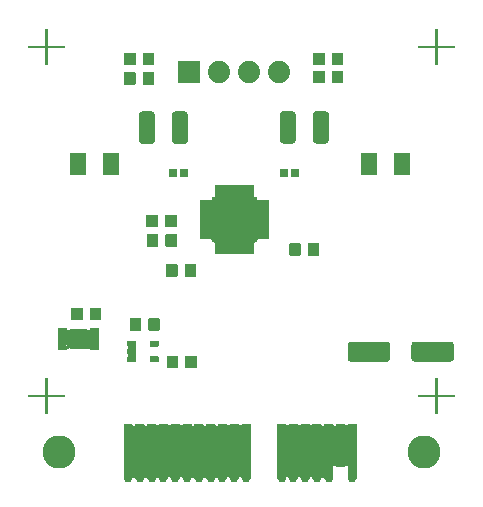
<source format=gts>
G04 #@! TF.GenerationSoftware,KiCad,Pcbnew,(5.99.0-1251-g6aaee01f1)*
G04 #@! TF.CreationDate,2020-04-14T14:04:16-07:00*
G04 #@! TF.ProjectId,TMC2209_Driver,544d4332-3230-4395-9f44-72697665722e,rev?*
G04 #@! TF.SameCoordinates,PX67f3540PY6cb8080*
G04 #@! TF.FileFunction,Soldermask,Top*
G04 #@! TF.FilePolarity,Negative*
%FSLAX46Y46*%
G04 Gerber Fmt 4.6, Leading zero omitted, Abs format (unit mm)*
G04 Created by KiCad (PCBNEW (5.99.0-1251-g6aaee01f1)) date 2020-04-14 14:04:16*
%MOMM*%
%LPD*%
G01*
G04 APERTURE LIST*
%ADD10C,1.880000*%
%ADD11C,0.752000*%
%ADD12C,2.802000*%
G04 APERTURE END LIST*
G36*
G01*
X32649000Y11164937D02*
X32649000Y12335063D01*
G75*
G02*
X32914937Y12601000I265937J0D01*
G01*
X35985063Y12601000D01*
G75*
G02*
X36251000Y12335063I0J-265937D01*
G01*
X36251000Y11164937D01*
G75*
G02*
X35985063Y10899000I-265937J0D01*
G01*
X32914937Y10899000D01*
G75*
G02*
X32649000Y11164937I0J265937D01*
G01*
G37*
G36*
G01*
X27249000Y11164937D02*
X27249000Y12335063D01*
G75*
G02*
X27514937Y12601000I265937J0D01*
G01*
X30585063Y12601000D01*
G75*
G02*
X30851000Y12335063I0J-265937D01*
G01*
X30851000Y11164937D01*
G75*
G02*
X30585063Y10899000I-265937J0D01*
G01*
X27514937Y10899000D01*
G75*
G02*
X27249000Y11164937I0J265937D01*
G01*
G37*
G36*
G01*
X15781500Y21091000D02*
X15781500Y24791000D01*
G75*
G02*
X15832500Y24842000I51000J0D01*
G01*
X19532500Y24842000D01*
G75*
G02*
X19583500Y24791000I0J-51000D01*
G01*
X19583500Y21091000D01*
G75*
G02*
X19532500Y21040000I-51000J0D01*
G01*
X15832500Y21040000D01*
G75*
G02*
X15781500Y21091000I0J51000D01*
G01*
G37*
G36*
G01*
X16006500Y25041000D02*
X16006500Y25841000D01*
G75*
G02*
X16057500Y25892000I51000J0D01*
G01*
X16307500Y25892000D01*
G75*
G02*
X16358500Y25841000I0J-51000D01*
G01*
X16358500Y25041000D01*
G75*
G02*
X16307500Y24990000I-51000J0D01*
G01*
X16057500Y24990000D01*
G75*
G02*
X16006500Y25041000I0J51000D01*
G01*
G37*
G36*
G01*
X16506499Y25041000D02*
X16506499Y25841000D01*
G75*
G02*
X16557499Y25892000I51000J0D01*
G01*
X16807499Y25892000D01*
G75*
G02*
X16858499Y25841000I0J-51000D01*
G01*
X16858499Y25041000D01*
G75*
G02*
X16807499Y24990000I-51000J0D01*
G01*
X16557499Y24990000D01*
G75*
G02*
X16506499Y25041000I0J51000D01*
G01*
G37*
G36*
G01*
X17006501Y25041000D02*
X17006501Y25841000D01*
G75*
G02*
X17057501Y25892000I51000J0D01*
G01*
X17307501Y25892000D01*
G75*
G02*
X17358501Y25841000I0J-51000D01*
G01*
X17358501Y25041000D01*
G75*
G02*
X17307501Y24990000I-51000J0D01*
G01*
X17057501Y24990000D01*
G75*
G02*
X17006501Y25041000I0J51000D01*
G01*
G37*
G36*
G01*
X17506500Y25041000D02*
X17506500Y25841000D01*
G75*
G02*
X17557500Y25892000I51000J0D01*
G01*
X17807500Y25892000D01*
G75*
G02*
X17858500Y25841000I0J-51000D01*
G01*
X17858500Y25041000D01*
G75*
G02*
X17807500Y24990000I-51000J0D01*
G01*
X17557500Y24990000D01*
G75*
G02*
X17506500Y25041000I0J51000D01*
G01*
G37*
G36*
G01*
X18006499Y25041000D02*
X18006499Y25841000D01*
G75*
G02*
X18057499Y25892000I51000J0D01*
G01*
X18307499Y25892000D01*
G75*
G02*
X18358499Y25841000I0J-51000D01*
G01*
X18358499Y25041000D01*
G75*
G02*
X18307499Y24990000I-51000J0D01*
G01*
X18057499Y24990000D01*
G75*
G02*
X18006499Y25041000I0J51000D01*
G01*
G37*
G36*
G01*
X18506501Y25041000D02*
X18506501Y25841000D01*
G75*
G02*
X18557501Y25892000I51000J0D01*
G01*
X18807501Y25892000D01*
G75*
G02*
X18858501Y25841000I0J-51000D01*
G01*
X18858501Y25041000D01*
G75*
G02*
X18807501Y24990000I-51000J0D01*
G01*
X18557501Y24990000D01*
G75*
G02*
X18506501Y25041000I0J51000D01*
G01*
G37*
G36*
G01*
X19006500Y25041000D02*
X19006500Y25841000D01*
G75*
G02*
X19057500Y25892000I51000J0D01*
G01*
X19307500Y25892000D01*
G75*
G02*
X19358500Y25841000I0J-51000D01*
G01*
X19358500Y25041000D01*
G75*
G02*
X19307500Y24990000I-51000J0D01*
G01*
X19057500Y24990000D01*
G75*
G02*
X19006500Y25041000I0J51000D01*
G01*
G37*
G36*
G01*
X20582500Y24265000D02*
X19782500Y24265000D01*
G75*
G02*
X19731500Y24316000I0J51000D01*
G01*
X19731500Y24566000D01*
G75*
G02*
X19782500Y24617000I51000J0D01*
G01*
X20582500Y24617000D01*
G75*
G02*
X20633500Y24566000I0J-51000D01*
G01*
X20633500Y24316000D01*
G75*
G02*
X20582500Y24265000I-51000J0D01*
G01*
G37*
G36*
G01*
X20582500Y23765001D02*
X19782500Y23765001D01*
G75*
G02*
X19731500Y23816001I0J51000D01*
G01*
X19731500Y24066001D01*
G75*
G02*
X19782500Y24117001I51000J0D01*
G01*
X20582500Y24117001D01*
G75*
G02*
X20633500Y24066001I0J-51000D01*
G01*
X20633500Y23816001D01*
G75*
G02*
X20582500Y23765001I-51000J0D01*
G01*
G37*
G36*
G01*
X20582500Y23264999D02*
X19782500Y23264999D01*
G75*
G02*
X19731500Y23315999I0J51000D01*
G01*
X19731500Y23565999D01*
G75*
G02*
X19782500Y23616999I51000J0D01*
G01*
X20582500Y23616999D01*
G75*
G02*
X20633500Y23565999I0J-51000D01*
G01*
X20633500Y23315999D01*
G75*
G02*
X20582500Y23264999I-51000J0D01*
G01*
G37*
G36*
G01*
X20582500Y22765000D02*
X19782500Y22765000D01*
G75*
G02*
X19731500Y22816000I0J51000D01*
G01*
X19731500Y23066000D01*
G75*
G02*
X19782500Y23117000I51000J0D01*
G01*
X20582500Y23117000D01*
G75*
G02*
X20633500Y23066000I0J-51000D01*
G01*
X20633500Y22816000D01*
G75*
G02*
X20582500Y22765000I-51000J0D01*
G01*
G37*
G36*
G01*
X20582500Y22265001D02*
X19782500Y22265001D01*
G75*
G02*
X19731500Y22316001I0J51000D01*
G01*
X19731500Y22566001D01*
G75*
G02*
X19782500Y22617001I51000J0D01*
G01*
X20582500Y22617001D01*
G75*
G02*
X20633500Y22566001I0J-51000D01*
G01*
X20633500Y22316001D01*
G75*
G02*
X20582500Y22265001I-51000J0D01*
G01*
G37*
G36*
G01*
X20582500Y21764999D02*
X19782500Y21764999D01*
G75*
G02*
X19731500Y21815999I0J51000D01*
G01*
X19731500Y22065999D01*
G75*
G02*
X19782500Y22116999I51000J0D01*
G01*
X20582500Y22116999D01*
G75*
G02*
X20633500Y22065999I0J-51000D01*
G01*
X20633500Y21815999D01*
G75*
G02*
X20582500Y21764999I-51000J0D01*
G01*
G37*
G36*
G01*
X20582500Y21265000D02*
X19782500Y21265000D01*
G75*
G02*
X19731500Y21316000I0J51000D01*
G01*
X19731500Y21566000D01*
G75*
G02*
X19782500Y21617000I51000J0D01*
G01*
X20582500Y21617000D01*
G75*
G02*
X20633500Y21566000I0J-51000D01*
G01*
X20633500Y21316000D01*
G75*
G02*
X20582500Y21265000I-51000J0D01*
G01*
G37*
G36*
G01*
X19006500Y20041000D02*
X19006500Y20841000D01*
G75*
G02*
X19057500Y20892000I51000J0D01*
G01*
X19307500Y20892000D01*
G75*
G02*
X19358500Y20841000I0J-51000D01*
G01*
X19358500Y20041000D01*
G75*
G02*
X19307500Y19990000I-51000J0D01*
G01*
X19057500Y19990000D01*
G75*
G02*
X19006500Y20041000I0J51000D01*
G01*
G37*
G36*
G01*
X18506501Y20041000D02*
X18506501Y20841000D01*
G75*
G02*
X18557501Y20892000I51000J0D01*
G01*
X18807501Y20892000D01*
G75*
G02*
X18858501Y20841000I0J-51000D01*
G01*
X18858501Y20041000D01*
G75*
G02*
X18807501Y19990000I-51000J0D01*
G01*
X18557501Y19990000D01*
G75*
G02*
X18506501Y20041000I0J51000D01*
G01*
G37*
G36*
G01*
X18006499Y20041000D02*
X18006499Y20841000D01*
G75*
G02*
X18057499Y20892000I51000J0D01*
G01*
X18307499Y20892000D01*
G75*
G02*
X18358499Y20841000I0J-51000D01*
G01*
X18358499Y20041000D01*
G75*
G02*
X18307499Y19990000I-51000J0D01*
G01*
X18057499Y19990000D01*
G75*
G02*
X18006499Y20041000I0J51000D01*
G01*
G37*
G36*
G01*
X17506500Y20041000D02*
X17506500Y20841000D01*
G75*
G02*
X17557500Y20892000I51000J0D01*
G01*
X17807500Y20892000D01*
G75*
G02*
X17858500Y20841000I0J-51000D01*
G01*
X17858500Y20041000D01*
G75*
G02*
X17807500Y19990000I-51000J0D01*
G01*
X17557500Y19990000D01*
G75*
G02*
X17506500Y20041000I0J51000D01*
G01*
G37*
G36*
G01*
X17006501Y20041000D02*
X17006501Y20841000D01*
G75*
G02*
X17057501Y20892000I51000J0D01*
G01*
X17307501Y20892000D01*
G75*
G02*
X17358501Y20841000I0J-51000D01*
G01*
X17358501Y20041000D01*
G75*
G02*
X17307501Y19990000I-51000J0D01*
G01*
X17057501Y19990000D01*
G75*
G02*
X17006501Y20041000I0J51000D01*
G01*
G37*
G36*
G01*
X16506499Y20041000D02*
X16506499Y20841000D01*
G75*
G02*
X16557499Y20892000I51000J0D01*
G01*
X16807499Y20892000D01*
G75*
G02*
X16858499Y20841000I0J-51000D01*
G01*
X16858499Y20041000D01*
G75*
G02*
X16807499Y19990000I-51000J0D01*
G01*
X16557499Y19990000D01*
G75*
G02*
X16506499Y20041000I0J51000D01*
G01*
G37*
G36*
G01*
X16006500Y20041000D02*
X16006500Y20841000D01*
G75*
G02*
X16057500Y20892000I51000J0D01*
G01*
X16307500Y20892000D01*
G75*
G02*
X16358500Y20841000I0J-51000D01*
G01*
X16358500Y20041000D01*
G75*
G02*
X16307500Y19990000I-51000J0D01*
G01*
X16057500Y19990000D01*
G75*
G02*
X16006500Y20041000I0J51000D01*
G01*
G37*
G36*
G01*
X15582500Y21265000D02*
X14782500Y21265000D01*
G75*
G02*
X14731500Y21316000I0J51000D01*
G01*
X14731500Y21566000D01*
G75*
G02*
X14782500Y21617000I51000J0D01*
G01*
X15582500Y21617000D01*
G75*
G02*
X15633500Y21566000I0J-51000D01*
G01*
X15633500Y21316000D01*
G75*
G02*
X15582500Y21265000I-51000J0D01*
G01*
G37*
G36*
G01*
X15582500Y21764999D02*
X14782500Y21764999D01*
G75*
G02*
X14731500Y21815999I0J51000D01*
G01*
X14731500Y22065999D01*
G75*
G02*
X14782500Y22116999I51000J0D01*
G01*
X15582500Y22116999D01*
G75*
G02*
X15633500Y22065999I0J-51000D01*
G01*
X15633500Y21815999D01*
G75*
G02*
X15582500Y21764999I-51000J0D01*
G01*
G37*
G36*
G01*
X15582500Y22265001D02*
X14782500Y22265001D01*
G75*
G02*
X14731500Y22316001I0J51000D01*
G01*
X14731500Y22566001D01*
G75*
G02*
X14782500Y22617001I51000J0D01*
G01*
X15582500Y22617001D01*
G75*
G02*
X15633500Y22566001I0J-51000D01*
G01*
X15633500Y22316001D01*
G75*
G02*
X15582500Y22265001I-51000J0D01*
G01*
G37*
G36*
G01*
X15582500Y22765000D02*
X14782500Y22765000D01*
G75*
G02*
X14731500Y22816000I0J51000D01*
G01*
X14731500Y23066000D01*
G75*
G02*
X14782500Y23117000I51000J0D01*
G01*
X15582500Y23117000D01*
G75*
G02*
X15633500Y23066000I0J-51000D01*
G01*
X15633500Y22816000D01*
G75*
G02*
X15582500Y22765000I-51000J0D01*
G01*
G37*
G36*
G01*
X15582500Y23264999D02*
X14782500Y23264999D01*
G75*
G02*
X14731500Y23315999I0J51000D01*
G01*
X14731500Y23565999D01*
G75*
G02*
X14782500Y23616999I51000J0D01*
G01*
X15582500Y23616999D01*
G75*
G02*
X15633500Y23565999I0J-51000D01*
G01*
X15633500Y23315999D01*
G75*
G02*
X15582500Y23264999I-51000J0D01*
G01*
G37*
G36*
G01*
X15582500Y23765001D02*
X14782500Y23765001D01*
G75*
G02*
X14731500Y23816001I0J51000D01*
G01*
X14731500Y24066001D01*
G75*
G02*
X14782500Y24117001I51000J0D01*
G01*
X15582500Y24117001D01*
G75*
G02*
X15633500Y24066001I0J-51000D01*
G01*
X15633500Y23816001D01*
G75*
G02*
X15582500Y23765001I-51000J0D01*
G01*
G37*
G36*
G01*
X15582500Y24265000D02*
X14782500Y24265000D01*
G75*
G02*
X14731500Y24316000I0J51000D01*
G01*
X14731500Y24566000D01*
G75*
G02*
X14782500Y24617000I51000J0D01*
G01*
X15582500Y24617000D01*
G75*
G02*
X15633500Y24566000I0J-51000D01*
G01*
X15633500Y24316000D01*
G75*
G02*
X15582500Y24265000I-51000J0D01*
G01*
G37*
G36*
G01*
X2710800Y13431800D02*
X2710800Y13731800D01*
G75*
G02*
X2761800Y13782800I51000J0D01*
G01*
X3441800Y13782800D01*
G75*
G02*
X3492800Y13731800I0J-51000D01*
G01*
X3492800Y13431800D01*
G75*
G02*
X3441800Y13380800I-51000J0D01*
G01*
X2761800Y13380800D01*
G75*
G02*
X2710800Y13431800I0J51000D01*
G01*
G37*
G36*
G01*
X2710800Y12931800D02*
X2710800Y13231800D01*
G75*
G02*
X2761800Y13282800I51000J0D01*
G01*
X3441800Y13282800D01*
G75*
G02*
X3492800Y13231800I0J-51000D01*
G01*
X3492800Y12931800D01*
G75*
G02*
X3441800Y12880800I-51000J0D01*
G01*
X2761800Y12880800D01*
G75*
G02*
X2710800Y12931800I0J51000D01*
G01*
G37*
G36*
G01*
X2710800Y12431800D02*
X2710800Y12731800D01*
G75*
G02*
X2761800Y12782800I51000J0D01*
G01*
X3441800Y12782800D01*
G75*
G02*
X3492800Y12731800I0J-51000D01*
G01*
X3492800Y12431800D01*
G75*
G02*
X3441800Y12380800I-51000J0D01*
G01*
X2761800Y12380800D01*
G75*
G02*
X2710800Y12431800I0J51000D01*
G01*
G37*
G36*
G01*
X2710800Y11931800D02*
X2710800Y12231800D01*
G75*
G02*
X2761800Y12282800I51000J0D01*
G01*
X3441800Y12282800D01*
G75*
G02*
X3492800Y12231800I0J-51000D01*
G01*
X3492800Y11931800D01*
G75*
G02*
X3441800Y11880800I-51000J0D01*
G01*
X2761800Y11880800D01*
G75*
G02*
X2710800Y11931800I0J51000D01*
G01*
G37*
G36*
G01*
X5430800Y13431800D02*
X5430800Y13731800D01*
G75*
G02*
X5481800Y13782800I51000J0D01*
G01*
X6161800Y13782800D01*
G75*
G02*
X6212800Y13731800I0J-51000D01*
G01*
X6212800Y13431800D01*
G75*
G02*
X6161800Y13380800I-51000J0D01*
G01*
X5481800Y13380800D01*
G75*
G02*
X5430800Y13431800I0J51000D01*
G01*
G37*
G36*
G01*
X5430800Y12931800D02*
X5430800Y13231800D01*
G75*
G02*
X5481800Y13282800I51000J0D01*
G01*
X6161800Y13282800D01*
G75*
G02*
X6212800Y13231800I0J-51000D01*
G01*
X6212800Y12931800D01*
G75*
G02*
X6161800Y12880800I-51000J0D01*
G01*
X5481800Y12880800D01*
G75*
G02*
X5430800Y12931800I0J51000D01*
G01*
G37*
G36*
G01*
X5430800Y12431800D02*
X5430800Y12731800D01*
G75*
G02*
X5481800Y12782800I51000J0D01*
G01*
X6161800Y12782800D01*
G75*
G02*
X6212800Y12731800I0J-51000D01*
G01*
X6212800Y12431800D01*
G75*
G02*
X6161800Y12380800I-51000J0D01*
G01*
X5481800Y12380800D01*
G75*
G02*
X5430800Y12431800I0J51000D01*
G01*
G37*
G36*
G01*
X5430800Y11931800D02*
X5430800Y12231800D01*
G75*
G02*
X5481800Y12282800I51000J0D01*
G01*
X6161800Y12282800D01*
G75*
G02*
X6212800Y12231800I0J-51000D01*
G01*
X6212800Y11931800D01*
G75*
G02*
X6161800Y11880800I-51000J0D01*
G01*
X5481800Y11880800D01*
G75*
G02*
X5430800Y11931800I0J51000D01*
G01*
G37*
G36*
G01*
X3685800Y12051800D02*
X3685800Y13611800D01*
G75*
G02*
X3736800Y13662800I51000J0D01*
G01*
X5186800Y13662800D01*
G75*
G02*
X5237800Y13611800I0J-51000D01*
G01*
X5237800Y12051800D01*
G75*
G02*
X5186800Y12000800I-51000J0D01*
G01*
X3736800Y12000800D01*
G75*
G02*
X3685800Y12051800I0J51000D01*
G01*
G37*
G36*
G01*
X6398200Y15440400D02*
X6398200Y14490400D01*
G75*
G02*
X6347200Y14439400I-51000J0D01*
G01*
X5472200Y14439400D01*
G75*
G02*
X5421200Y14490400I0J51000D01*
G01*
X5421200Y15440400D01*
G75*
G02*
X5472200Y15491400I51000J0D01*
G01*
X6347200Y15491400D01*
G75*
G02*
X6398200Y15440400I0J-51000D01*
G01*
G37*
G36*
G01*
X4823200Y15440400D02*
X4823200Y14490400D01*
G75*
G02*
X4772200Y14439400I-51000J0D01*
G01*
X3897200Y14439400D01*
G75*
G02*
X3846200Y14490400I0J51000D01*
G01*
X3846200Y15440400D01*
G75*
G02*
X3897200Y15491400I51000J0D01*
G01*
X4772200Y15491400D01*
G75*
G02*
X4823200Y15440400I0J-51000D01*
G01*
G37*
G36*
G01*
X11338500Y14526000D02*
X11338500Y13576000D01*
G75*
G02*
X11287500Y13525000I-51000J0D01*
G01*
X10412500Y13525000D01*
G75*
G02*
X10361500Y13576000I0J51000D01*
G01*
X10361500Y14526000D01*
G75*
G02*
X10412500Y14577000I51000J0D01*
G01*
X11287500Y14577000D01*
G75*
G02*
X11338500Y14526000I0J-51000D01*
G01*
G37*
G36*
G01*
X9763500Y14526000D02*
X9763500Y13576000D01*
G75*
G02*
X9712500Y13525000I-51000J0D01*
G01*
X8837500Y13525000D01*
G75*
G02*
X8786500Y13576000I0J51000D01*
G01*
X8786500Y14526000D01*
G75*
G02*
X8837500Y14577000I51000J0D01*
G01*
X9712500Y14577000D01*
G75*
G02*
X9763500Y14526000I0J-51000D01*
G01*
G37*
G36*
G01*
X10509500Y12215000D02*
X10509500Y12615000D01*
G75*
G02*
X10560500Y12666000I51000J0D01*
G01*
X11210500Y12666000D01*
G75*
G02*
X11261500Y12615000I0J-51000D01*
G01*
X11261500Y12215000D01*
G75*
G02*
X11210500Y12164000I-51000J0D01*
G01*
X10560500Y12164000D01*
G75*
G02*
X10509500Y12215000I0J51000D01*
G01*
G37*
G36*
G01*
X10509500Y10915000D02*
X10509500Y11315000D01*
G75*
G02*
X10560500Y11366000I51000J0D01*
G01*
X11210500Y11366000D01*
G75*
G02*
X11261500Y11315000I0J-51000D01*
G01*
X11261500Y10915000D01*
G75*
G02*
X11210500Y10864000I-51000J0D01*
G01*
X10560500Y10864000D01*
G75*
G02*
X10509500Y10915000I0J51000D01*
G01*
G37*
G36*
G01*
X8609500Y11565000D02*
X8609500Y11965000D01*
G75*
G02*
X8660500Y12016000I51000J0D01*
G01*
X9310500Y12016000D01*
G75*
G02*
X9361500Y11965000I0J-51000D01*
G01*
X9361500Y11565000D01*
G75*
G02*
X9310500Y11514000I-51000J0D01*
G01*
X8660500Y11514000D01*
G75*
G02*
X8609500Y11565000I0J51000D01*
G01*
G37*
G36*
G01*
X8609500Y10915000D02*
X8609500Y11315000D01*
G75*
G02*
X8660500Y11366000I51000J0D01*
G01*
X9310500Y11366000D01*
G75*
G02*
X9361500Y11315000I0J-51000D01*
G01*
X9361500Y10915000D01*
G75*
G02*
X9310500Y10864000I-51000J0D01*
G01*
X8660500Y10864000D01*
G75*
G02*
X8609500Y10915000I0J51000D01*
G01*
G37*
G36*
G01*
X8609500Y12215000D02*
X8609500Y12615000D01*
G75*
G02*
X8660500Y12666000I51000J0D01*
G01*
X9310500Y12666000D01*
G75*
G02*
X9361500Y12615000I0J-51000D01*
G01*
X9361500Y12215000D01*
G75*
G02*
X9310500Y12164000I-51000J0D01*
G01*
X8660500Y12164000D01*
G75*
G02*
X8609500Y12215000I0J51000D01*
G01*
G37*
G36*
G01*
X12374000Y29607800D02*
X12374000Y31819000D01*
G75*
G02*
X12644400Y32089400I270400J0D01*
G01*
X13455600Y32089400D01*
G75*
G02*
X13726000Y31819000I0J-270400D01*
G01*
X13726000Y29607800D01*
G75*
G02*
X13455600Y29337400I-270400J0D01*
G01*
X12644400Y29337400D01*
G75*
G02*
X12374000Y29607800I0J270400D01*
G01*
G37*
G36*
G01*
X9574000Y29607800D02*
X9574000Y31819000D01*
G75*
G02*
X9844400Y32089400I270400J0D01*
G01*
X10655600Y32089400D01*
G75*
G02*
X10926000Y31819000I0J-270400D01*
G01*
X10926000Y29607800D01*
G75*
G02*
X10655600Y29337400I-270400J0D01*
G01*
X9844400Y29337400D01*
G75*
G02*
X9574000Y29607800I0J270400D01*
G01*
G37*
G36*
G01*
X22867000Y31844400D02*
X22867000Y29633200D01*
G75*
G02*
X22596600Y29362800I-270400J0D01*
G01*
X21785400Y29362800D01*
G75*
G02*
X21515000Y29633200I0J270400D01*
G01*
X21515000Y31844400D01*
G75*
G02*
X21785400Y32114800I270400J0D01*
G01*
X22596600Y32114800D01*
G75*
G02*
X22867000Y31844400I0J-270400D01*
G01*
G37*
G36*
G01*
X25667000Y31844400D02*
X25667000Y29633200D01*
G75*
G02*
X25396600Y29362800I-270400J0D01*
G01*
X24585400Y29362800D01*
G75*
G02*
X24315000Y29633200I0J270400D01*
G01*
X24315000Y31844400D01*
G75*
G02*
X24585400Y32114800I270400J0D01*
G01*
X25396600Y32114800D01*
G75*
G02*
X25667000Y31844400I0J-270400D01*
G01*
G37*
G36*
G01*
X8316500Y34404000D02*
X8316500Y35354000D01*
G75*
G02*
X8367500Y35405000I51000J0D01*
G01*
X9242500Y35405000D01*
G75*
G02*
X9293500Y35354000I0J-51000D01*
G01*
X9293500Y34404000D01*
G75*
G02*
X9242500Y34353000I-51000J0D01*
G01*
X8367500Y34353000D01*
G75*
G02*
X8316500Y34404000I0J51000D01*
G01*
G37*
G36*
G01*
X9891500Y34404000D02*
X9891500Y35354000D01*
G75*
G02*
X9942500Y35405000I51000J0D01*
G01*
X10817500Y35405000D01*
G75*
G02*
X10868500Y35354000I0J-51000D01*
G01*
X10868500Y34404000D01*
G75*
G02*
X10817500Y34353000I-51000J0D01*
G01*
X9942500Y34353000D01*
G75*
G02*
X9891500Y34404000I0J51000D01*
G01*
G37*
G36*
G01*
X8342000Y36055000D02*
X8342000Y37005000D01*
G75*
G02*
X8393000Y37056000I51000J0D01*
G01*
X9268000Y37056000D01*
G75*
G02*
X9319000Y37005000I0J-51000D01*
G01*
X9319000Y36055000D01*
G75*
G02*
X9268000Y36004000I-51000J0D01*
G01*
X8393000Y36004000D01*
G75*
G02*
X8342000Y36055000I0J51000D01*
G01*
G37*
G36*
G01*
X9917000Y36055000D02*
X9917000Y37005000D01*
G75*
G02*
X9968000Y37056000I51000J0D01*
G01*
X10843000Y37056000D01*
G75*
G02*
X10894000Y37005000I0J-51000D01*
G01*
X10894000Y36055000D01*
G75*
G02*
X10843000Y36004000I-51000J0D01*
G01*
X9968000Y36004000D01*
G75*
G02*
X9917000Y36055000I0J51000D01*
G01*
G37*
G36*
G01*
X26896000Y35481000D02*
X26896000Y34531000D01*
G75*
G02*
X26845000Y34480000I-51000J0D01*
G01*
X25970000Y34480000D01*
G75*
G02*
X25919000Y34531000I0J51000D01*
G01*
X25919000Y35481000D01*
G75*
G02*
X25970000Y35532000I51000J0D01*
G01*
X26845000Y35532000D01*
G75*
G02*
X26896000Y35481000I0J-51000D01*
G01*
G37*
G36*
G01*
X25321000Y35481000D02*
X25321000Y34531000D01*
G75*
G02*
X25270000Y34480000I-51000J0D01*
G01*
X24395000Y34480000D01*
G75*
G02*
X24344000Y34531000I0J51000D01*
G01*
X24344000Y35481000D01*
G75*
G02*
X24395000Y35532000I51000J0D01*
G01*
X25270000Y35532000D01*
G75*
G02*
X25321000Y35481000I0J-51000D01*
G01*
G37*
G36*
G01*
X26896000Y37005000D02*
X26896000Y36055000D01*
G75*
G02*
X26845000Y36004000I-51000J0D01*
G01*
X25970000Y36004000D01*
G75*
G02*
X25919000Y36055000I0J51000D01*
G01*
X25919000Y37005000D01*
G75*
G02*
X25970000Y37056000I51000J0D01*
G01*
X26845000Y37056000D01*
G75*
G02*
X26896000Y37005000I0J-51000D01*
G01*
G37*
G36*
G01*
X25321000Y37005000D02*
X25321000Y36055000D01*
G75*
G02*
X25270000Y36004000I-51000J0D01*
G01*
X24395000Y36004000D01*
G75*
G02*
X24344000Y36055000I0J51000D01*
G01*
X24344000Y37005000D01*
G75*
G02*
X24395000Y37056000I51000J0D01*
G01*
X25270000Y37056000D01*
G75*
G02*
X25321000Y37005000I0J-51000D01*
G01*
G37*
G36*
G01*
X11923500Y10401000D02*
X11923500Y11351000D01*
G75*
G02*
X11974500Y11402000I51000J0D01*
G01*
X12849500Y11402000D01*
G75*
G02*
X12900500Y11351000I0J-51000D01*
G01*
X12900500Y10401000D01*
G75*
G02*
X12849500Y10350000I-51000J0D01*
G01*
X11974500Y10350000D01*
G75*
G02*
X11923500Y10401000I0J51000D01*
G01*
G37*
G36*
G01*
X13498500Y10401000D02*
X13498500Y11351000D01*
G75*
G02*
X13549500Y11402000I51000J0D01*
G01*
X14424500Y11402000D01*
G75*
G02*
X14475500Y11351000I0J-51000D01*
G01*
X14475500Y10401000D01*
G75*
G02*
X14424500Y10350000I-51000J0D01*
G01*
X13549500Y10350000D01*
G75*
G02*
X13498500Y10401000I0J51000D01*
G01*
G37*
D10*
X21429000Y35437800D03*
X18889000Y35437800D03*
X16349000Y35437800D03*
G36*
G01*
X14749000Y36326800D02*
X14749000Y34548800D01*
G75*
G02*
X14698000Y34497800I-51000J0D01*
G01*
X12920000Y34497800D01*
G75*
G02*
X12869000Y34548800I0J51000D01*
G01*
X12869000Y36326800D01*
G75*
G02*
X12920000Y36377800I51000J0D01*
G01*
X14698000Y36377800D01*
G75*
G02*
X14749000Y36326800I0J-51000D01*
G01*
G37*
D11*
X9652800Y1014800D03*
X25652800Y1014800D03*
X24652800Y1014800D03*
X23652800Y1014800D03*
X22652800Y1014800D03*
X21652800Y1014800D03*
X8652800Y1014800D03*
X18652800Y1014800D03*
X17652800Y1014800D03*
X16652800Y1014800D03*
X15652800Y1014800D03*
X14652800Y1014800D03*
X13652800Y1014800D03*
X12652800Y1014800D03*
X11652800Y1014800D03*
X10652800Y1014800D03*
G36*
G01*
X22276800Y1014799D02*
X22276800Y5614801D01*
G75*
G02*
X22327799Y5665800I50999J0D01*
G01*
X22977801Y5665800D01*
G75*
G02*
X23028800Y5614801I0J-50999D01*
G01*
X23028800Y1014799D01*
G75*
G02*
X22977801Y963800I-50999J0D01*
G01*
X22327799Y963800D01*
G75*
G02*
X22276800Y1014799I0J50999D01*
G01*
G37*
G36*
G01*
X21276800Y1014799D02*
X21276800Y5614801D01*
G75*
G02*
X21327799Y5665800I50999J0D01*
G01*
X21977801Y5665800D01*
G75*
G02*
X22028800Y5614801I0J-50999D01*
G01*
X22028800Y1014799D01*
G75*
G02*
X21977801Y963800I-50999J0D01*
G01*
X21327799Y963800D01*
G75*
G02*
X21276800Y1014799I0J50999D01*
G01*
G37*
G36*
G01*
X27276800Y1014799D02*
X27276800Y5614801D01*
G75*
G02*
X27327799Y5665800I50999J0D01*
G01*
X27977801Y5665800D01*
G75*
G02*
X28028800Y5614801I0J-50999D01*
G01*
X28028800Y1014799D01*
G75*
G02*
X27977801Y963800I-50999J0D01*
G01*
X27327799Y963800D01*
G75*
G02*
X27276800Y1014799I0J50999D01*
G01*
G37*
G36*
G01*
X26276800Y2014799D02*
X26276800Y5614801D01*
G75*
G02*
X26327799Y5665800I50999J0D01*
G01*
X26977801Y5665800D01*
G75*
G02*
X27028800Y5614801I0J-50999D01*
G01*
X27028800Y2014799D01*
G75*
G02*
X26977801Y1963800I-50999J0D01*
G01*
X26327799Y1963800D01*
G75*
G02*
X26276800Y2014799I0J50999D01*
G01*
G37*
G36*
G01*
X25276800Y1014799D02*
X25276800Y5614801D01*
G75*
G02*
X25327799Y5665800I50999J0D01*
G01*
X25977801Y5665800D01*
G75*
G02*
X26028800Y5614801I0J-50999D01*
G01*
X26028800Y1014799D01*
G75*
G02*
X25977801Y963800I-50999J0D01*
G01*
X25327799Y963800D01*
G75*
G02*
X25276800Y1014799I0J50999D01*
G01*
G37*
G36*
G01*
X24276800Y1014799D02*
X24276800Y5614801D01*
G75*
G02*
X24327799Y5665800I50999J0D01*
G01*
X24977801Y5665800D01*
G75*
G02*
X25028800Y5614801I0J-50999D01*
G01*
X25028800Y1014799D01*
G75*
G02*
X24977801Y963800I-50999J0D01*
G01*
X24327799Y963800D01*
G75*
G02*
X24276800Y1014799I0J50999D01*
G01*
G37*
G36*
G01*
X23276800Y1014799D02*
X23276800Y5614801D01*
G75*
G02*
X23327799Y5665800I50999J0D01*
G01*
X23977801Y5665800D01*
G75*
G02*
X24028800Y5614801I0J-50999D01*
G01*
X24028800Y1014799D01*
G75*
G02*
X23977801Y963800I-50999J0D01*
G01*
X23327799Y963800D01*
G75*
G02*
X23276800Y1014799I0J50999D01*
G01*
G37*
G36*
G01*
X18276800Y1014799D02*
X18276800Y5614801D01*
G75*
G02*
X18327799Y5665800I50999J0D01*
G01*
X18977801Y5665800D01*
G75*
G02*
X19028800Y5614801I0J-50999D01*
G01*
X19028800Y1014799D01*
G75*
G02*
X18977801Y963800I-50999J0D01*
G01*
X18327799Y963800D01*
G75*
G02*
X18276800Y1014799I0J50999D01*
G01*
G37*
G36*
G01*
X17276800Y1014799D02*
X17276800Y5614801D01*
G75*
G02*
X17327799Y5665800I50999J0D01*
G01*
X17977801Y5665800D01*
G75*
G02*
X18028800Y5614801I0J-50999D01*
G01*
X18028800Y1014799D01*
G75*
G02*
X17977801Y963800I-50999J0D01*
G01*
X17327799Y963800D01*
G75*
G02*
X17276800Y1014799I0J50999D01*
G01*
G37*
G36*
G01*
X16276800Y1014799D02*
X16276800Y5614801D01*
G75*
G02*
X16327799Y5665800I50999J0D01*
G01*
X16977801Y5665800D01*
G75*
G02*
X17028800Y5614801I0J-50999D01*
G01*
X17028800Y1014799D01*
G75*
G02*
X16977801Y963800I-50999J0D01*
G01*
X16327799Y963800D01*
G75*
G02*
X16276800Y1014799I0J50999D01*
G01*
G37*
G36*
G01*
X15276800Y1014799D02*
X15276800Y5614801D01*
G75*
G02*
X15327799Y5665800I50999J0D01*
G01*
X15977801Y5665800D01*
G75*
G02*
X16028800Y5614801I0J-50999D01*
G01*
X16028800Y1014799D01*
G75*
G02*
X15977801Y963800I-50999J0D01*
G01*
X15327799Y963800D01*
G75*
G02*
X15276800Y1014799I0J50999D01*
G01*
G37*
G36*
G01*
X14276800Y1014799D02*
X14276800Y5614801D01*
G75*
G02*
X14327799Y5665800I50999J0D01*
G01*
X14977801Y5665800D01*
G75*
G02*
X15028800Y5614801I0J-50999D01*
G01*
X15028800Y1014799D01*
G75*
G02*
X14977801Y963800I-50999J0D01*
G01*
X14327799Y963800D01*
G75*
G02*
X14276800Y1014799I0J50999D01*
G01*
G37*
G36*
G01*
X13276800Y1014799D02*
X13276800Y5614801D01*
G75*
G02*
X13327799Y5665800I50999J0D01*
G01*
X13977801Y5665800D01*
G75*
G02*
X14028800Y5614801I0J-50999D01*
G01*
X14028800Y1014799D01*
G75*
G02*
X13977801Y963800I-50999J0D01*
G01*
X13327799Y963800D01*
G75*
G02*
X13276800Y1014799I0J50999D01*
G01*
G37*
G36*
G01*
X12276800Y1014799D02*
X12276800Y5614801D01*
G75*
G02*
X12327799Y5665800I50999J0D01*
G01*
X12977801Y5665800D01*
G75*
G02*
X13028800Y5614801I0J-50999D01*
G01*
X13028800Y1014799D01*
G75*
G02*
X12977801Y963800I-50999J0D01*
G01*
X12327799Y963800D01*
G75*
G02*
X12276800Y1014799I0J50999D01*
G01*
G37*
G36*
G01*
X11276800Y1014799D02*
X11276800Y5614801D01*
G75*
G02*
X11327799Y5665800I50999J0D01*
G01*
X11977801Y5665800D01*
G75*
G02*
X12028800Y5614801I0J-50999D01*
G01*
X12028800Y1014799D01*
G75*
G02*
X11977801Y963800I-50999J0D01*
G01*
X11327799Y963800D01*
G75*
G02*
X11276800Y1014799I0J50999D01*
G01*
G37*
G36*
G01*
X10276800Y1014799D02*
X10276800Y5614801D01*
G75*
G02*
X10327799Y5665800I50999J0D01*
G01*
X10977801Y5665800D01*
G75*
G02*
X11028800Y5614801I0J-50999D01*
G01*
X11028800Y1014799D01*
G75*
G02*
X10977801Y963800I-50999J0D01*
G01*
X10327799Y963800D01*
G75*
G02*
X10276800Y1014799I0J50999D01*
G01*
G37*
G36*
G01*
X9276800Y1014799D02*
X9276800Y5614801D01*
G75*
G02*
X9327799Y5665800I50999J0D01*
G01*
X9977801Y5665800D01*
G75*
G02*
X10028800Y5614801I0J-50999D01*
G01*
X10028800Y1014799D01*
G75*
G02*
X9977801Y963800I-50999J0D01*
G01*
X9327799Y963800D01*
G75*
G02*
X9276800Y1014799I0J50999D01*
G01*
G37*
G36*
G01*
X8276800Y1014799D02*
X8276800Y5614801D01*
G75*
G02*
X8327799Y5665800I50999J0D01*
G01*
X8977801Y5665800D01*
G75*
G02*
X9028800Y5614801I0J-50999D01*
G01*
X9028800Y1014799D01*
G75*
G02*
X8977801Y963800I-50999J0D01*
G01*
X8327799Y963800D01*
G75*
G02*
X8276800Y1014799I0J50999D01*
G01*
G37*
X27652800Y1014800D03*
D12*
X33750000Y3256000D03*
X2800000Y3256000D03*
G36*
G01*
X193000Y7936500D02*
X193000Y8063500D01*
G75*
G02*
X244000Y8114500I51000J0D01*
G01*
X3244000Y8114500D01*
G75*
G02*
X3295000Y8063500I0J-51000D01*
G01*
X3295000Y7936500D01*
G75*
G02*
X3244000Y7885500I-51000J0D01*
G01*
X244000Y7885500D01*
G75*
G02*
X193000Y7936500I0J51000D01*
G01*
G37*
G36*
G01*
X1629500Y6500000D02*
X1629500Y9500000D01*
G75*
G02*
X1680500Y9551000I51000J0D01*
G01*
X1807500Y9551000D01*
G75*
G02*
X1858500Y9500000I0J-51000D01*
G01*
X1858500Y6500000D01*
G75*
G02*
X1807500Y6449000I-51000J0D01*
G01*
X1680500Y6449000D01*
G75*
G02*
X1629500Y6500000I0J51000D01*
G01*
G37*
G36*
G01*
X33213000Y37482500D02*
X33213000Y37609500D01*
G75*
G02*
X33264000Y37660500I51000J0D01*
G01*
X36264000Y37660500D01*
G75*
G02*
X36315000Y37609500I0J-51000D01*
G01*
X36315000Y37482500D01*
G75*
G02*
X36264000Y37431500I-51000J0D01*
G01*
X33264000Y37431500D01*
G75*
G02*
X33213000Y37482500I0J51000D01*
G01*
G37*
G36*
G01*
X34649500Y36046000D02*
X34649500Y39046000D01*
G75*
G02*
X34700500Y39097000I51000J0D01*
G01*
X34827500Y39097000D01*
G75*
G02*
X34878500Y39046000I0J-51000D01*
G01*
X34878500Y36046000D01*
G75*
G02*
X34827500Y35995000I-51000J0D01*
G01*
X34700500Y35995000D01*
G75*
G02*
X34649500Y36046000I0J51000D01*
G01*
G37*
G36*
G01*
X33213000Y7936500D02*
X33213000Y8063500D01*
G75*
G02*
X33264000Y8114500I51000J0D01*
G01*
X36264000Y8114500D01*
G75*
G02*
X36315000Y8063500I0J-51000D01*
G01*
X36315000Y7936500D01*
G75*
G02*
X36264000Y7885500I-51000J0D01*
G01*
X33264000Y7885500D01*
G75*
G02*
X33213000Y7936500I0J51000D01*
G01*
G37*
G36*
G01*
X34649500Y6500000D02*
X34649500Y9500000D01*
G75*
G02*
X34700500Y9551000I51000J0D01*
G01*
X34827500Y9551000D01*
G75*
G02*
X34878500Y9500000I0J-51000D01*
G01*
X34878500Y6500000D01*
G75*
G02*
X34827500Y6449000I-51000J0D01*
G01*
X34700500Y6449000D01*
G75*
G02*
X34649500Y6500000I0J51000D01*
G01*
G37*
G36*
G01*
X193000Y37482500D02*
X193000Y37609500D01*
G75*
G02*
X244000Y37660500I51000J0D01*
G01*
X3244000Y37660500D01*
G75*
G02*
X3295000Y37609500I0J-51000D01*
G01*
X3295000Y37482500D01*
G75*
G02*
X3244000Y37431500I-51000J0D01*
G01*
X244000Y37431500D01*
G75*
G02*
X193000Y37482500I0J51000D01*
G01*
G37*
G36*
G01*
X1629500Y36046000D02*
X1629500Y39046000D01*
G75*
G02*
X1680500Y39097000I51000J0D01*
G01*
X1807500Y39097000D01*
G75*
G02*
X1858500Y39046000I0J-51000D01*
G01*
X1858500Y36046000D01*
G75*
G02*
X1807500Y35995000I-51000J0D01*
G01*
X1680500Y35995000D01*
G75*
G02*
X1629500Y36046000I0J51000D01*
G01*
G37*
G36*
G01*
X28370000Y26765000D02*
X28370000Y28515000D01*
G75*
G02*
X28421000Y28566000I51000J0D01*
G01*
X29671000Y28566000D01*
G75*
G02*
X29722000Y28515000I0J-51000D01*
G01*
X29722000Y26765000D01*
G75*
G02*
X29671000Y26714000I-51000J0D01*
G01*
X28421000Y26714000D01*
G75*
G02*
X28370000Y26765000I0J51000D01*
G01*
G37*
G36*
G01*
X31170000Y26765000D02*
X31170000Y28515000D01*
G75*
G02*
X31221000Y28566000I51000J0D01*
G01*
X32471000Y28566000D01*
G75*
G02*
X32522000Y28515000I0J-51000D01*
G01*
X32522000Y26765000D01*
G75*
G02*
X32471000Y26714000I-51000J0D01*
G01*
X31221000Y26714000D01*
G75*
G02*
X31170000Y26765000I0J51000D01*
G01*
G37*
G36*
G01*
X7884000Y28515000D02*
X7884000Y26765000D01*
G75*
G02*
X7833000Y26714000I-51000J0D01*
G01*
X6583000Y26714000D01*
G75*
G02*
X6532000Y26765000I0J51000D01*
G01*
X6532000Y28515000D01*
G75*
G02*
X6583000Y28566000I51000J0D01*
G01*
X7833000Y28566000D01*
G75*
G02*
X7884000Y28515000I0J-51000D01*
G01*
G37*
G36*
G01*
X5084000Y28515000D02*
X5084000Y26765000D01*
G75*
G02*
X5033000Y26714000I-51000J0D01*
G01*
X3783000Y26714000D01*
G75*
G02*
X3732000Y26765000I0J51000D01*
G01*
X3732000Y28515000D01*
G75*
G02*
X3783000Y28566000I51000J0D01*
G01*
X5033000Y28566000D01*
G75*
G02*
X5084000Y28515000I0J-51000D01*
G01*
G37*
G36*
G01*
X13774000Y27198000D02*
X13774000Y26558000D01*
G75*
G02*
X13723000Y26507000I-51000J0D01*
G01*
X13133000Y26507000D01*
G75*
G02*
X13082000Y26558000I0J51000D01*
G01*
X13082000Y27198000D01*
G75*
G02*
X13133000Y27249000I51000J0D01*
G01*
X13723000Y27249000D01*
G75*
G02*
X13774000Y27198000I0J-51000D01*
G01*
G37*
G36*
G01*
X12804000Y27198000D02*
X12804000Y26558000D01*
G75*
G02*
X12753000Y26507000I-51000J0D01*
G01*
X12163000Y26507000D01*
G75*
G02*
X12112000Y26558000I0J51000D01*
G01*
X12112000Y27198000D01*
G75*
G02*
X12163000Y27249000I51000J0D01*
G01*
X12753000Y27249000D01*
G75*
G02*
X12804000Y27198000I0J-51000D01*
G01*
G37*
G36*
G01*
X21510000Y26558000D02*
X21510000Y27198000D01*
G75*
G02*
X21561000Y27249000I51000J0D01*
G01*
X22151000Y27249000D01*
G75*
G02*
X22202000Y27198000I0J-51000D01*
G01*
X22202000Y26558000D01*
G75*
G02*
X22151000Y26507000I-51000J0D01*
G01*
X21561000Y26507000D01*
G75*
G02*
X21510000Y26558000I0J51000D01*
G01*
G37*
G36*
G01*
X22480000Y26558000D02*
X22480000Y27198000D01*
G75*
G02*
X22531000Y27249000I51000J0D01*
G01*
X23121000Y27249000D01*
G75*
G02*
X23172000Y27198000I0J-51000D01*
G01*
X23172000Y26558000D01*
G75*
G02*
X23121000Y26507000I-51000J0D01*
G01*
X22531000Y26507000D01*
G75*
G02*
X22480000Y26558000I0J51000D01*
G01*
G37*
G36*
G01*
X10247000Y20688000D02*
X10247000Y21638000D01*
G75*
G02*
X10298000Y21689000I51000J0D01*
G01*
X11173000Y21689000D01*
G75*
G02*
X11224000Y21638000I0J-51000D01*
G01*
X11224000Y20688000D01*
G75*
G02*
X11173000Y20637000I-51000J0D01*
G01*
X10298000Y20637000D01*
G75*
G02*
X10247000Y20688000I0J51000D01*
G01*
G37*
G36*
G01*
X11822000Y20688000D02*
X11822000Y21638000D01*
G75*
G02*
X11873000Y21689000I51000J0D01*
G01*
X12748000Y21689000D01*
G75*
G02*
X12799000Y21638000I0J-51000D01*
G01*
X12799000Y20688000D01*
G75*
G02*
X12748000Y20637000I-51000J0D01*
G01*
X11873000Y20637000D01*
G75*
G02*
X11822000Y20688000I0J51000D01*
G01*
G37*
G36*
G01*
X10221500Y22339000D02*
X10221500Y23289000D01*
G75*
G02*
X10272500Y23340000I51000J0D01*
G01*
X11147500Y23340000D01*
G75*
G02*
X11198500Y23289000I0J-51000D01*
G01*
X11198500Y22339000D01*
G75*
G02*
X11147500Y22288000I-51000J0D01*
G01*
X10272500Y22288000D01*
G75*
G02*
X10221500Y22339000I0J51000D01*
G01*
G37*
G36*
G01*
X11796500Y22339000D02*
X11796500Y23289000D01*
G75*
G02*
X11847500Y23340000I51000J0D01*
G01*
X12722500Y23340000D01*
G75*
G02*
X12773500Y23289000I0J-51000D01*
G01*
X12773500Y22339000D01*
G75*
G02*
X12722500Y22288000I-51000J0D01*
G01*
X11847500Y22288000D01*
G75*
G02*
X11796500Y22339000I0J51000D01*
G01*
G37*
G36*
G01*
X11872500Y18148000D02*
X11872500Y19098000D01*
G75*
G02*
X11923500Y19149000I51000J0D01*
G01*
X12798500Y19149000D01*
G75*
G02*
X12849500Y19098000I0J-51000D01*
G01*
X12849500Y18148000D01*
G75*
G02*
X12798500Y18097000I-51000J0D01*
G01*
X11923500Y18097000D01*
G75*
G02*
X11872500Y18148000I0J51000D01*
G01*
G37*
G36*
G01*
X13447500Y18148000D02*
X13447500Y19098000D01*
G75*
G02*
X13498500Y19149000I51000J0D01*
G01*
X14373500Y19149000D01*
G75*
G02*
X14424500Y19098000I0J-51000D01*
G01*
X14424500Y18148000D01*
G75*
G02*
X14373500Y18097000I-51000J0D01*
G01*
X13498500Y18097000D01*
G75*
G02*
X13447500Y18148000I0J51000D01*
G01*
G37*
G36*
G01*
X22312000Y19926000D02*
X22312000Y20876000D01*
G75*
G02*
X22363000Y20927000I51000J0D01*
G01*
X23238000Y20927000D01*
G75*
G02*
X23289000Y20876000I0J-51000D01*
G01*
X23289000Y19926000D01*
G75*
G02*
X23238000Y19875000I-51000J0D01*
G01*
X22363000Y19875000D01*
G75*
G02*
X22312000Y19926000I0J51000D01*
G01*
G37*
G36*
G01*
X23887000Y19926000D02*
X23887000Y20876000D01*
G75*
G02*
X23938000Y20927000I51000J0D01*
G01*
X24813000Y20927000D01*
G75*
G02*
X24864000Y20876000I0J-51000D01*
G01*
X24864000Y19926000D01*
G75*
G02*
X24813000Y19875000I-51000J0D01*
G01*
X23938000Y19875000D01*
G75*
G02*
X23887000Y19926000I0J51000D01*
G01*
G37*
G36*
X15278119Y5603994D02*
G01*
X15278800Y5602490D01*
X15278800Y1027113D01*
X15277800Y1025381D01*
X15275800Y1025381D01*
X15274838Y1026723D01*
X15273487Y1033513D01*
X15245224Y1090829D01*
X15192317Y1126182D01*
X15128820Y1130345D01*
X15071812Y1102233D01*
X15032100Y1033449D01*
X15030762Y1026723D01*
X15029443Y1025219D01*
X15027481Y1025609D01*
X15026800Y1027113D01*
X15026800Y5602490D01*
X15027800Y5604222D01*
X15029800Y5604222D01*
X15030762Y5602880D01*
X15032114Y5596085D01*
X15060378Y5538770D01*
X15113285Y5503418D01*
X15176782Y5499256D01*
X15233789Y5527369D01*
X15273499Y5596149D01*
X15274838Y5602880D01*
X15276157Y5604384D01*
X15278119Y5603994D01*
G37*
G36*
X14278119Y5603994D02*
G01*
X14278800Y5602490D01*
X14278800Y1027113D01*
X14277800Y1025381D01*
X14275800Y1025381D01*
X14274838Y1026723D01*
X14273487Y1033513D01*
X14245224Y1090829D01*
X14192317Y1126182D01*
X14128820Y1130345D01*
X14071812Y1102233D01*
X14032100Y1033449D01*
X14030762Y1026723D01*
X14029443Y1025219D01*
X14027481Y1025609D01*
X14026800Y1027113D01*
X14026800Y5602490D01*
X14027800Y5604222D01*
X14029800Y5604222D01*
X14030762Y5602880D01*
X14032114Y5596085D01*
X14060378Y5538770D01*
X14113285Y5503418D01*
X14176782Y5499256D01*
X14233789Y5527369D01*
X14273499Y5596149D01*
X14274838Y5602880D01*
X14276157Y5604384D01*
X14278119Y5603994D01*
G37*
G36*
X17278119Y5603994D02*
G01*
X17278800Y5602490D01*
X17278800Y1027113D01*
X17277800Y1025381D01*
X17275800Y1025381D01*
X17274838Y1026723D01*
X17273487Y1033513D01*
X17245224Y1090829D01*
X17192317Y1126182D01*
X17128820Y1130345D01*
X17071812Y1102233D01*
X17032100Y1033449D01*
X17030762Y1026723D01*
X17029443Y1025219D01*
X17027481Y1025609D01*
X17026800Y1027113D01*
X17026800Y5602490D01*
X17027800Y5604222D01*
X17029800Y5604222D01*
X17030762Y5602880D01*
X17032114Y5596085D01*
X17060378Y5538770D01*
X17113285Y5503418D01*
X17176782Y5499256D01*
X17233789Y5527369D01*
X17273499Y5596149D01*
X17274838Y5602880D01*
X17276157Y5604384D01*
X17278119Y5603994D01*
G37*
G36*
X22278119Y5603994D02*
G01*
X22278800Y5602490D01*
X22278800Y1027113D01*
X22277800Y1025381D01*
X22275800Y1025381D01*
X22274838Y1026723D01*
X22273487Y1033513D01*
X22245224Y1090829D01*
X22192317Y1126182D01*
X22128820Y1130345D01*
X22071812Y1102233D01*
X22032100Y1033449D01*
X22030762Y1026723D01*
X22029443Y1025219D01*
X22027481Y1025609D01*
X22026800Y1027113D01*
X22026800Y5602490D01*
X22027800Y5604222D01*
X22029800Y5604222D01*
X22030762Y5602880D01*
X22032114Y5596085D01*
X22060378Y5538770D01*
X22113285Y5503418D01*
X22176782Y5499256D01*
X22233789Y5527369D01*
X22273499Y5596149D01*
X22274838Y5602880D01*
X22276157Y5604384D01*
X22278119Y5603994D01*
G37*
G36*
X16278119Y5603994D02*
G01*
X16278800Y5602490D01*
X16278800Y1027113D01*
X16277800Y1025381D01*
X16275800Y1025381D01*
X16274838Y1026723D01*
X16273487Y1033513D01*
X16245224Y1090829D01*
X16192317Y1126182D01*
X16128820Y1130345D01*
X16071812Y1102233D01*
X16032100Y1033449D01*
X16030762Y1026723D01*
X16029443Y1025219D01*
X16027481Y1025609D01*
X16026800Y1027113D01*
X16026800Y5602490D01*
X16027800Y5604222D01*
X16029800Y5604222D01*
X16030762Y5602880D01*
X16032114Y5596085D01*
X16060378Y5538770D01*
X16113285Y5503418D01*
X16176782Y5499256D01*
X16233789Y5527369D01*
X16273499Y5596149D01*
X16274838Y5602880D01*
X16276157Y5604384D01*
X16278119Y5603994D01*
G37*
G36*
X13278119Y5603994D02*
G01*
X13278800Y5602490D01*
X13278800Y1027113D01*
X13277800Y1025381D01*
X13275800Y1025381D01*
X13274838Y1026723D01*
X13273487Y1033513D01*
X13245224Y1090829D01*
X13192317Y1126182D01*
X13128820Y1130345D01*
X13071812Y1102233D01*
X13032100Y1033449D01*
X13030762Y1026723D01*
X13029443Y1025219D01*
X13027481Y1025609D01*
X13026800Y1027113D01*
X13026800Y5602490D01*
X13027800Y5604222D01*
X13029800Y5604222D01*
X13030762Y5602880D01*
X13032114Y5596085D01*
X13060378Y5538770D01*
X13113285Y5503418D01*
X13176782Y5499256D01*
X13233789Y5527369D01*
X13273499Y5596149D01*
X13274838Y5602880D01*
X13276157Y5604384D01*
X13278119Y5603994D01*
G37*
G36*
X11278119Y5603994D02*
G01*
X11278800Y5602490D01*
X11278800Y1027113D01*
X11277800Y1025381D01*
X11275800Y1025381D01*
X11274838Y1026723D01*
X11273487Y1033513D01*
X11245224Y1090829D01*
X11192317Y1126182D01*
X11128820Y1130345D01*
X11071812Y1102233D01*
X11032100Y1033449D01*
X11030762Y1026723D01*
X11029443Y1025219D01*
X11027481Y1025609D01*
X11026800Y1027113D01*
X11026800Y5602490D01*
X11027800Y5604222D01*
X11029800Y5604222D01*
X11030762Y5602880D01*
X11032114Y5596085D01*
X11060378Y5538770D01*
X11113285Y5503418D01*
X11176782Y5499256D01*
X11233789Y5527369D01*
X11273499Y5596149D01*
X11274838Y5602880D01*
X11276157Y5604384D01*
X11278119Y5603994D01*
G37*
G36*
X12278119Y5603994D02*
G01*
X12278800Y5602490D01*
X12278800Y1027113D01*
X12277800Y1025381D01*
X12275800Y1025381D01*
X12274838Y1026723D01*
X12273487Y1033513D01*
X12245224Y1090829D01*
X12192317Y1126182D01*
X12128820Y1130345D01*
X12071812Y1102233D01*
X12032100Y1033449D01*
X12030762Y1026723D01*
X12029443Y1025219D01*
X12027481Y1025609D01*
X12026800Y1027113D01*
X12026800Y5602490D01*
X12027800Y5604222D01*
X12029800Y5604222D01*
X12030762Y5602880D01*
X12032114Y5596085D01*
X12060378Y5538770D01*
X12113285Y5503418D01*
X12176782Y5499256D01*
X12233789Y5527369D01*
X12273499Y5596149D01*
X12274838Y5602880D01*
X12276157Y5604384D01*
X12278119Y5603994D01*
G37*
G36*
X18278119Y5603994D02*
G01*
X18278800Y5602490D01*
X18278800Y1027113D01*
X18277800Y1025381D01*
X18275800Y1025381D01*
X18274838Y1026723D01*
X18273487Y1033513D01*
X18245224Y1090829D01*
X18192317Y1126182D01*
X18128820Y1130345D01*
X18071812Y1102233D01*
X18032100Y1033449D01*
X18030762Y1026723D01*
X18029443Y1025219D01*
X18027481Y1025609D01*
X18026800Y1027113D01*
X18026800Y5602490D01*
X18027800Y5604222D01*
X18029800Y5604222D01*
X18030762Y5602880D01*
X18032114Y5596085D01*
X18060378Y5538770D01*
X18113285Y5503418D01*
X18176782Y5499256D01*
X18233789Y5527369D01*
X18273499Y5596149D01*
X18274838Y5602880D01*
X18276157Y5604384D01*
X18278119Y5603994D01*
G37*
G36*
X10278119Y5603994D02*
G01*
X10278800Y5602490D01*
X10278800Y1027113D01*
X10277800Y1025381D01*
X10275800Y1025381D01*
X10274838Y1026723D01*
X10273487Y1033513D01*
X10245224Y1090829D01*
X10192317Y1126182D01*
X10128820Y1130345D01*
X10071812Y1102233D01*
X10032100Y1033449D01*
X10030762Y1026723D01*
X10029443Y1025219D01*
X10027481Y1025609D01*
X10026800Y1027113D01*
X10026800Y5602490D01*
X10027800Y5604222D01*
X10029800Y5604222D01*
X10030762Y5602880D01*
X10032114Y5596085D01*
X10060378Y5538770D01*
X10113285Y5503418D01*
X10176782Y5499256D01*
X10233789Y5527369D01*
X10273499Y5596149D01*
X10274838Y5602880D01*
X10276157Y5604384D01*
X10278119Y5603994D01*
G37*
G36*
X23278119Y5603994D02*
G01*
X23278800Y5602490D01*
X23278800Y1027113D01*
X23277800Y1025381D01*
X23275800Y1025381D01*
X23274838Y1026723D01*
X23273487Y1033513D01*
X23245224Y1090829D01*
X23192317Y1126182D01*
X23128820Y1130345D01*
X23071812Y1102233D01*
X23032100Y1033449D01*
X23030762Y1026723D01*
X23029443Y1025219D01*
X23027481Y1025609D01*
X23026800Y1027113D01*
X23026800Y5602490D01*
X23027800Y5604222D01*
X23029800Y5604222D01*
X23030762Y5602880D01*
X23032114Y5596085D01*
X23060378Y5538770D01*
X23113285Y5503418D01*
X23176782Y5499256D01*
X23233789Y5527369D01*
X23273499Y5596149D01*
X23274838Y5602880D01*
X23276157Y5604384D01*
X23278119Y5603994D01*
G37*
G36*
X24278119Y5603994D02*
G01*
X24278800Y5602490D01*
X24278800Y1027113D01*
X24277800Y1025381D01*
X24275800Y1025381D01*
X24274838Y1026723D01*
X24273487Y1033513D01*
X24245224Y1090829D01*
X24192317Y1126182D01*
X24128820Y1130345D01*
X24071812Y1102233D01*
X24032100Y1033449D01*
X24030762Y1026723D01*
X24029443Y1025219D01*
X24027481Y1025609D01*
X24026800Y1027113D01*
X24026800Y5602490D01*
X24027800Y5604222D01*
X24029800Y5604222D01*
X24030762Y5602880D01*
X24032114Y5596085D01*
X24060378Y5538770D01*
X24113285Y5503418D01*
X24176782Y5499256D01*
X24233789Y5527369D01*
X24273499Y5596149D01*
X24274838Y5602880D01*
X24276157Y5604384D01*
X24278119Y5603994D01*
G37*
G36*
X25278119Y5603994D02*
G01*
X25278800Y5602490D01*
X25278800Y1027113D01*
X25277800Y1025381D01*
X25275800Y1025381D01*
X25274838Y1026723D01*
X25273487Y1033513D01*
X25245224Y1090829D01*
X25192317Y1126182D01*
X25128820Y1130345D01*
X25071812Y1102233D01*
X25032100Y1033449D01*
X25030762Y1026723D01*
X25029443Y1025219D01*
X25027481Y1025609D01*
X25026800Y1027113D01*
X25026800Y5602490D01*
X25027800Y5604222D01*
X25029800Y5604222D01*
X25030762Y5602880D01*
X25032114Y5596085D01*
X25060378Y5538770D01*
X25113285Y5503418D01*
X25176782Y5499256D01*
X25233789Y5527369D01*
X25273499Y5596149D01*
X25274838Y5602880D01*
X25276157Y5604384D01*
X25278119Y5603994D01*
G37*
G36*
X9278119Y5603994D02*
G01*
X9278800Y5602490D01*
X9278800Y1027113D01*
X9277800Y1025381D01*
X9275800Y1025381D01*
X9274838Y1026723D01*
X9273487Y1033513D01*
X9245224Y1090829D01*
X9192317Y1126182D01*
X9128820Y1130345D01*
X9071812Y1102233D01*
X9032100Y1033449D01*
X9030762Y1026723D01*
X9029443Y1025219D01*
X9027481Y1025609D01*
X9026800Y1027113D01*
X9026800Y5602490D01*
X9027800Y5604222D01*
X9029800Y5604222D01*
X9030762Y5602880D01*
X9032114Y5596085D01*
X9060378Y5538770D01*
X9113285Y5503418D01*
X9176782Y5499256D01*
X9233789Y5527369D01*
X9273499Y5596149D01*
X9274838Y5602880D01*
X9276157Y5604384D01*
X9278119Y5603994D01*
G37*
G36*
X26278119Y5603994D02*
G01*
X26278800Y5602490D01*
X26278800Y2027110D01*
X26277800Y2025378D01*
X26275800Y2025378D01*
X26274838Y2026720D01*
X26274485Y2028492D01*
X26246221Y2085807D01*
X26193314Y2121159D01*
X26129817Y2125321D01*
X26072747Y2097177D01*
X26037337Y2044183D01*
X26030773Y2004429D01*
X26029504Y2002883D01*
X26027531Y2003209D01*
X26026800Y2004755D01*
X26026800Y5602490D01*
X26027800Y5604222D01*
X26029800Y5604222D01*
X26030762Y5602880D01*
X26032114Y5596085D01*
X26060378Y5538770D01*
X26113285Y5503418D01*
X26176782Y5499256D01*
X26233789Y5527369D01*
X26273499Y5596149D01*
X26274838Y5602880D01*
X26276157Y5604384D01*
X26278119Y5603994D01*
G37*
G36*
X27278119Y5603994D02*
G01*
X27278800Y5602490D01*
X27278800Y2004755D01*
X27277800Y2003023D01*
X27275800Y2003023D01*
X27274868Y2004237D01*
X27258259Y2066220D01*
X27213267Y2111213D01*
X27151801Y2127683D01*
X27090336Y2111213D01*
X27045270Y2066147D01*
X27031134Y2028590D01*
X27030762Y2026720D01*
X27029443Y2025216D01*
X27027481Y2025606D01*
X27026800Y2027110D01*
X27026800Y5602490D01*
X27027800Y5604222D01*
X27029800Y5604222D01*
X27030762Y5602880D01*
X27032114Y5596085D01*
X27060378Y5538770D01*
X27113285Y5503418D01*
X27176782Y5499256D01*
X27233789Y5527369D01*
X27273499Y5596149D01*
X27274838Y5602880D01*
X27276157Y5604384D01*
X27278119Y5603994D01*
G37*
G36*
X8630767Y11527114D02*
G01*
X8641762Y11519767D01*
X8660699Y11516000D01*
X9310301Y11516000D01*
X9329238Y11519767D01*
X9340233Y11527114D01*
X9342229Y11527245D01*
X9343340Y11525582D01*
X9343007Y11524340D01*
X9333791Y11510548D01*
X9334590Y11510014D01*
X9335475Y11508220D01*
X9334983Y11507032D01*
X9323872Y11494361D01*
X9311462Y11431950D01*
X9331943Y11371631D01*
X9332985Y11370589D01*
X9333234Y11370286D01*
X9343007Y11355660D01*
X9343138Y11353664D01*
X9341475Y11352553D01*
X9340233Y11352886D01*
X9329238Y11360233D01*
X9310301Y11364000D01*
X8660699Y11364000D01*
X8641762Y11360233D01*
X8630767Y11352886D01*
X8628771Y11352755D01*
X8627660Y11354418D01*
X8627993Y11355660D01*
X8637209Y11369452D01*
X8636410Y11369986D01*
X8635525Y11371780D01*
X8636017Y11372968D01*
X8647128Y11385639D01*
X8659538Y11448050D01*
X8639057Y11508369D01*
X8638015Y11509411D01*
X8637766Y11509714D01*
X8627993Y11524340D01*
X8627862Y11526336D01*
X8629525Y11527447D01*
X8630767Y11527114D01*
G37*
G36*
X3494762Y13719880D02*
G01*
X3495692Y13715206D01*
X3523955Y13657890D01*
X3576862Y13622538D01*
X3640429Y13618371D01*
X3684876Y13636782D01*
X3696141Y13644309D01*
X3698137Y13644440D01*
X3699248Y13642777D01*
X3698915Y13641535D01*
X3691567Y13630538D01*
X3687800Y13611601D01*
X3687800Y12051999D01*
X3691567Y12033062D01*
X3698915Y12022065D01*
X3699046Y12020069D01*
X3697383Y12018958D01*
X3696141Y12019291D01*
X3684931Y12026781D01*
X3624418Y12047323D01*
X3562008Y12034909D01*
X3514114Y11992906D01*
X3495705Y11948461D01*
X3494762Y11943721D01*
X3493443Y11942217D01*
X3491481Y11942607D01*
X3490800Y11944111D01*
X3490800Y12231601D01*
X3487033Y12250538D01*
X3476420Y12266420D01*
X3460538Y12277033D01*
X3441601Y12280800D01*
X2761999Y12280800D01*
X2743062Y12277033D01*
X2728242Y12267130D01*
X2726246Y12266999D01*
X2725237Y12269436D01*
X2743655Y12323692D01*
X2724638Y12394664D01*
X2725156Y12396596D01*
X2727681Y12396845D01*
X2743062Y12386567D01*
X2761999Y12382800D01*
X3441601Y12382800D01*
X3460538Y12386567D01*
X3476420Y12397180D01*
X3487033Y12413062D01*
X3490800Y12431999D01*
X3490800Y12731601D01*
X3487033Y12750538D01*
X3476420Y12766420D01*
X3460538Y12777033D01*
X3441601Y12780800D01*
X2761999Y12780800D01*
X2743062Y12777033D01*
X2728242Y12767130D01*
X2726246Y12766999D01*
X2725237Y12769436D01*
X2743655Y12823692D01*
X2724638Y12894664D01*
X2725156Y12896596D01*
X2727681Y12896845D01*
X2743062Y12886567D01*
X2761999Y12882800D01*
X3441601Y12882800D01*
X3460538Y12886567D01*
X3476420Y12897180D01*
X3487033Y12913062D01*
X3490800Y12931999D01*
X3490800Y13231601D01*
X3487033Y13250538D01*
X3476420Y13266420D01*
X3460538Y13277033D01*
X3441601Y13280800D01*
X2761999Y13280800D01*
X2743062Y13277033D01*
X2728242Y13267130D01*
X2726246Y13266999D01*
X2725237Y13269436D01*
X2743655Y13323692D01*
X2724638Y13394664D01*
X2725156Y13396596D01*
X2727681Y13396845D01*
X2743062Y13386567D01*
X2761999Y13382800D01*
X3441601Y13382800D01*
X3460538Y13386567D01*
X3476420Y13397180D01*
X3487033Y13413062D01*
X3490800Y13431999D01*
X3490800Y13719490D01*
X3491800Y13721222D01*
X3493800Y13721222D01*
X3494762Y13719880D01*
G37*
G36*
X5432119Y13720994D02*
G01*
X5432800Y13719490D01*
X5432800Y13431999D01*
X5436567Y13413062D01*
X5447180Y13397180D01*
X5463062Y13386567D01*
X5481999Y13382800D01*
X6161601Y13382800D01*
X6180538Y13386567D01*
X6195358Y13396470D01*
X6197354Y13396601D01*
X6198363Y13394164D01*
X6179945Y13339908D01*
X6198962Y13268936D01*
X6198444Y13267004D01*
X6195919Y13266755D01*
X6180538Y13277033D01*
X6161601Y13280800D01*
X5481999Y13280800D01*
X5463062Y13277033D01*
X5447180Y13266420D01*
X5436567Y13250538D01*
X5432800Y13231601D01*
X5432800Y12931999D01*
X5436567Y12913062D01*
X5447180Y12897180D01*
X5463062Y12886567D01*
X5481999Y12882800D01*
X6161601Y12882800D01*
X6180538Y12886567D01*
X6195358Y12896470D01*
X6197354Y12896601D01*
X6198363Y12894164D01*
X6179945Y12839908D01*
X6198962Y12768936D01*
X6198444Y12767004D01*
X6195919Y12766755D01*
X6180538Y12777033D01*
X6161601Y12780800D01*
X5481999Y12780800D01*
X5463062Y12777033D01*
X5447180Y12766420D01*
X5436567Y12750538D01*
X5432800Y12731601D01*
X5432800Y12431999D01*
X5436567Y12413062D01*
X5447180Y12397180D01*
X5463062Y12386567D01*
X5481999Y12382800D01*
X6161601Y12382800D01*
X6180538Y12386567D01*
X6195358Y12396470D01*
X6197354Y12396601D01*
X6198363Y12394164D01*
X6179945Y12339908D01*
X6198962Y12268936D01*
X6198444Y12267004D01*
X6195919Y12266755D01*
X6180538Y12277033D01*
X6161601Y12280800D01*
X5481999Y12280800D01*
X5463062Y12277033D01*
X5447180Y12266420D01*
X5436567Y12250538D01*
X5432800Y12231601D01*
X5432800Y11944111D01*
X5431800Y11942379D01*
X5429800Y11942379D01*
X5428838Y11943721D01*
X5427908Y11948394D01*
X5399645Y12005710D01*
X5346738Y12041062D01*
X5283171Y12045229D01*
X5238724Y12026818D01*
X5227459Y12019291D01*
X5225463Y12019160D01*
X5224352Y12020823D01*
X5224685Y12022065D01*
X5232033Y12033062D01*
X5235800Y12051999D01*
X5235800Y13611601D01*
X5232033Y13630538D01*
X5224685Y13641535D01*
X5224554Y13643531D01*
X5226217Y13644642D01*
X5227459Y13644309D01*
X5238669Y13636819D01*
X5299182Y13616277D01*
X5361592Y13628691D01*
X5409486Y13670694D01*
X5427895Y13715139D01*
X5428838Y13719880D01*
X5430157Y13721384D01*
X5432119Y13720994D01*
G37*
G36*
X8630767Y12177114D02*
G01*
X8641762Y12169767D01*
X8660699Y12166000D01*
X9310301Y12166000D01*
X9329238Y12169767D01*
X9340233Y12177114D01*
X9342229Y12177245D01*
X9343340Y12175582D01*
X9343007Y12174340D01*
X9333791Y12160548D01*
X9334590Y12160014D01*
X9335475Y12158220D01*
X9334983Y12157032D01*
X9323872Y12144361D01*
X9311462Y12081950D01*
X9331943Y12021631D01*
X9332985Y12020589D01*
X9333234Y12020286D01*
X9343007Y12005660D01*
X9343138Y12003664D01*
X9341475Y12002553D01*
X9340233Y12002886D01*
X9329238Y12010233D01*
X9310301Y12014000D01*
X8660699Y12014000D01*
X8641762Y12010233D01*
X8630767Y12002886D01*
X8628771Y12002755D01*
X8627660Y12004418D01*
X8627993Y12005660D01*
X8637209Y12019452D01*
X8636410Y12019986D01*
X8635525Y12021780D01*
X8636017Y12022968D01*
X8647128Y12035639D01*
X8659538Y12098050D01*
X8639057Y12158369D01*
X8638015Y12159411D01*
X8637766Y12159714D01*
X8627993Y12174340D01*
X8627862Y12176336D01*
X8629525Y12177447D01*
X8630767Y12177114D01*
G37*
G36*
X19467391Y21041000D02*
G01*
X19467391Y21039000D01*
X19466177Y21038068D01*
X19404194Y21021459D01*
X19359201Y20976466D01*
X19342740Y20915035D01*
X19351843Y20885029D01*
X19351389Y20883081D01*
X19350319Y20882486D01*
X19349857Y20882394D01*
X19353093Y20866125D01*
X19352450Y20864231D01*
X19350488Y20863841D01*
X19349468Y20864624D01*
X19342120Y20875620D01*
X19326238Y20886233D01*
X19307301Y20890000D01*
X19057699Y20890000D01*
X19038762Y20886233D01*
X19022880Y20875620D01*
X19012267Y20859738D01*
X19008500Y20840801D01*
X19008500Y20041199D01*
X19012267Y20022262D01*
X19019614Y20011267D01*
X19019745Y20009271D01*
X19018082Y20008160D01*
X19016840Y20008493D01*
X19003048Y20017709D01*
X19002517Y20016914D01*
X19000723Y20016029D01*
X18999535Y20016522D01*
X18986894Y20027613D01*
X18924486Y20040039D01*
X18864162Y20019575D01*
X18863120Y20018534D01*
X18862817Y20018286D01*
X18848161Y20008493D01*
X18846165Y20008362D01*
X18845054Y20010025D01*
X18845387Y20011267D01*
X18852734Y20022262D01*
X18856501Y20041199D01*
X18856501Y20840801D01*
X18852734Y20859738D01*
X18842121Y20875620D01*
X18826239Y20886233D01*
X18807302Y20890000D01*
X18557700Y20890000D01*
X18538763Y20886233D01*
X18522881Y20875620D01*
X18512268Y20859738D01*
X18508501Y20840801D01*
X18508501Y20041199D01*
X18512268Y20022262D01*
X18519615Y20011267D01*
X18519746Y20009271D01*
X18518083Y20008160D01*
X18516841Y20008493D01*
X18503049Y20017709D01*
X18502518Y20016915D01*
X18500724Y20016030D01*
X18499536Y20016523D01*
X18486893Y20027616D01*
X18424486Y20040042D01*
X18364160Y20019578D01*
X18363115Y20018533D01*
X18362812Y20018284D01*
X18348159Y20008493D01*
X18346163Y20008362D01*
X18345052Y20010025D01*
X18345385Y20011267D01*
X18352732Y20022262D01*
X18356499Y20041199D01*
X18356499Y20840801D01*
X18352732Y20859738D01*
X18342119Y20875620D01*
X18326237Y20886233D01*
X18307300Y20890000D01*
X18057698Y20890000D01*
X18038761Y20886233D01*
X18022879Y20875620D01*
X18012266Y20859738D01*
X18008499Y20840801D01*
X18008499Y20041199D01*
X18012266Y20022262D01*
X18019613Y20011267D01*
X18019744Y20009271D01*
X18018081Y20008160D01*
X18016839Y20008493D01*
X18003047Y20017709D01*
X18002516Y20016914D01*
X18000722Y20016029D01*
X17999534Y20016522D01*
X17986893Y20027613D01*
X17924485Y20040039D01*
X17864161Y20019575D01*
X17863119Y20018534D01*
X17862816Y20018286D01*
X17848160Y20008493D01*
X17846164Y20008362D01*
X17845053Y20010025D01*
X17845386Y20011267D01*
X17852733Y20022262D01*
X17856500Y20041199D01*
X17856500Y20840801D01*
X17852733Y20859738D01*
X17842120Y20875620D01*
X17826238Y20886233D01*
X17807301Y20890000D01*
X17557699Y20890000D01*
X17538762Y20886233D01*
X17522880Y20875620D01*
X17512267Y20859738D01*
X17508500Y20840801D01*
X17508500Y20041199D01*
X17512267Y20022262D01*
X17519614Y20011267D01*
X17519745Y20009271D01*
X17518082Y20008160D01*
X17516840Y20008493D01*
X17503048Y20017709D01*
X17502517Y20016914D01*
X17500723Y20016029D01*
X17499535Y20016522D01*
X17486894Y20027613D01*
X17424486Y20040039D01*
X17364162Y20019575D01*
X17363120Y20018534D01*
X17362817Y20018286D01*
X17348161Y20008493D01*
X17346165Y20008362D01*
X17345054Y20010025D01*
X17345387Y20011267D01*
X17352734Y20022262D01*
X17356501Y20041199D01*
X17356501Y20840801D01*
X17352734Y20859738D01*
X17342121Y20875620D01*
X17326239Y20886233D01*
X17307302Y20890000D01*
X17057700Y20890000D01*
X17038763Y20886233D01*
X17022881Y20875620D01*
X17012268Y20859738D01*
X17008501Y20840801D01*
X17008501Y20041199D01*
X17012268Y20022262D01*
X17019615Y20011267D01*
X17019746Y20009271D01*
X17018083Y20008160D01*
X17016841Y20008493D01*
X17003049Y20017709D01*
X17002518Y20016915D01*
X17000724Y20016030D01*
X16999536Y20016523D01*
X16986893Y20027616D01*
X16924486Y20040042D01*
X16864160Y20019578D01*
X16863115Y20018533D01*
X16862812Y20018284D01*
X16848159Y20008493D01*
X16846163Y20008362D01*
X16845052Y20010025D01*
X16845385Y20011267D01*
X16852732Y20022262D01*
X16856499Y20041199D01*
X16856499Y20840801D01*
X16852732Y20859738D01*
X16842119Y20875620D01*
X16826237Y20886233D01*
X16807300Y20890000D01*
X16557698Y20890000D01*
X16538761Y20886233D01*
X16522879Y20875620D01*
X16512266Y20859738D01*
X16508499Y20840801D01*
X16508499Y20041199D01*
X16512266Y20022262D01*
X16519613Y20011267D01*
X16519744Y20009271D01*
X16518081Y20008160D01*
X16516839Y20008493D01*
X16503047Y20017709D01*
X16502516Y20016914D01*
X16500722Y20016029D01*
X16499534Y20016522D01*
X16486893Y20027613D01*
X16424485Y20040039D01*
X16364161Y20019575D01*
X16363119Y20018534D01*
X16362816Y20018286D01*
X16348160Y20008493D01*
X16346164Y20008362D01*
X16345053Y20010025D01*
X16345386Y20011267D01*
X16352733Y20022262D01*
X16356500Y20041199D01*
X16356500Y20840801D01*
X16352733Y20859738D01*
X16342120Y20875620D01*
X16326238Y20886233D01*
X16307301Y20890000D01*
X16057699Y20890000D01*
X16038762Y20886233D01*
X16022880Y20875620D01*
X16015532Y20864624D01*
X16013738Y20863739D01*
X16012075Y20864850D01*
X16011907Y20866125D01*
X16015241Y20882888D01*
X16014494Y20883543D01*
X16014494Y20884829D01*
X16022006Y20906957D01*
X16009594Y20969367D01*
X15967662Y21017184D01*
X15898760Y21038086D01*
X15897393Y21039546D01*
X15897974Y21041460D01*
X15899341Y21042000D01*
X19465659Y21042000D01*
X19467391Y21041000D01*
G37*
G36*
X19585432Y24724677D02*
G01*
X19602041Y24662693D01*
X19647034Y24617701D01*
X19708465Y24601240D01*
X19738471Y24610343D01*
X19740419Y24609889D01*
X19741014Y24608819D01*
X19741106Y24608357D01*
X19757375Y24611593D01*
X19759269Y24610950D01*
X19759659Y24608988D01*
X19758876Y24607968D01*
X19747880Y24600620D01*
X19737267Y24584738D01*
X19733500Y24565801D01*
X19733500Y24316199D01*
X19737267Y24297262D01*
X19747880Y24281380D01*
X19763762Y24270767D01*
X19782699Y24267000D01*
X20582301Y24267000D01*
X20601238Y24270767D01*
X20612233Y24278114D01*
X20614229Y24278245D01*
X20615340Y24276582D01*
X20615007Y24275340D01*
X20605791Y24261548D01*
X20606597Y24261009D01*
X20607482Y24259215D01*
X20606991Y24258028D01*
X20595843Y24245299D01*
X20583468Y24182880D01*
X20603982Y24122574D01*
X20605022Y24121535D01*
X20605272Y24121231D01*
X20615008Y24106660D01*
X20615139Y24104664D01*
X20613476Y24103553D01*
X20612234Y24103886D01*
X20601238Y24111234D01*
X20582301Y24115001D01*
X19782699Y24115001D01*
X19763762Y24111234D01*
X19747880Y24100621D01*
X19737267Y24084739D01*
X19733500Y24065802D01*
X19733500Y23816200D01*
X19737267Y23797263D01*
X19747880Y23781381D01*
X19763762Y23770768D01*
X19782699Y23767001D01*
X20582301Y23767001D01*
X20601238Y23770768D01*
X20612233Y23778115D01*
X20614229Y23778246D01*
X20615340Y23776583D01*
X20615007Y23775341D01*
X20605791Y23761549D01*
X20606585Y23761018D01*
X20607470Y23759224D01*
X20606977Y23758036D01*
X20595884Y23745393D01*
X20583458Y23682986D01*
X20603922Y23622660D01*
X20604967Y23621615D01*
X20605216Y23621312D01*
X20615007Y23606659D01*
X20615138Y23604663D01*
X20613475Y23603552D01*
X20612233Y23603885D01*
X20601238Y23611232D01*
X20582301Y23614999D01*
X19782699Y23614999D01*
X19763762Y23611232D01*
X19747880Y23600619D01*
X19737267Y23584737D01*
X19733500Y23565800D01*
X19733500Y23316198D01*
X19737267Y23297261D01*
X19747880Y23281379D01*
X19763762Y23270766D01*
X19782699Y23266999D01*
X20582301Y23266999D01*
X20601238Y23270766D01*
X20612233Y23278113D01*
X20614229Y23278244D01*
X20615340Y23276581D01*
X20615007Y23275339D01*
X20605791Y23261547D01*
X20606597Y23261008D01*
X20607482Y23259214D01*
X20606991Y23258027D01*
X20595843Y23245298D01*
X20583468Y23182879D01*
X20603982Y23122573D01*
X20605022Y23121534D01*
X20605272Y23121230D01*
X20615008Y23106659D01*
X20615139Y23104663D01*
X20613476Y23103552D01*
X20612234Y23103885D01*
X20601238Y23111233D01*
X20582301Y23115000D01*
X19782699Y23115000D01*
X19763762Y23111233D01*
X19747880Y23100620D01*
X19737267Y23084738D01*
X19733500Y23065801D01*
X19733500Y22816199D01*
X19737267Y22797262D01*
X19747880Y22781380D01*
X19763762Y22770767D01*
X19782699Y22767000D01*
X20582301Y22767000D01*
X20601238Y22770767D01*
X20612233Y22778114D01*
X20614229Y22778245D01*
X20615340Y22776582D01*
X20615007Y22775340D01*
X20605791Y22761548D01*
X20606586Y22761017D01*
X20607471Y22759223D01*
X20606978Y22758035D01*
X20595887Y22745394D01*
X20583461Y22682986D01*
X20603925Y22622662D01*
X20604966Y22621620D01*
X20605214Y22621317D01*
X20615007Y22606661D01*
X20615138Y22604665D01*
X20613475Y22603554D01*
X20612233Y22603887D01*
X20601238Y22611234D01*
X20582301Y22615001D01*
X19782699Y22615001D01*
X19763762Y22611234D01*
X19747880Y22600621D01*
X19737267Y22584739D01*
X19733500Y22565802D01*
X19733500Y22316200D01*
X19737267Y22297263D01*
X19747880Y22281381D01*
X19763762Y22270768D01*
X19782699Y22267001D01*
X20582301Y22267001D01*
X20601238Y22270768D01*
X20612233Y22278115D01*
X20614229Y22278246D01*
X20615340Y22276583D01*
X20615007Y22275341D01*
X20605791Y22261549D01*
X20606585Y22261018D01*
X20607470Y22259224D01*
X20606977Y22258036D01*
X20595884Y22245393D01*
X20583458Y22182986D01*
X20603922Y22122660D01*
X20604967Y22121615D01*
X20605216Y22121312D01*
X20615007Y22106659D01*
X20615138Y22104663D01*
X20613475Y22103552D01*
X20612233Y22103885D01*
X20601238Y22111232D01*
X20582301Y22114999D01*
X19782699Y22114999D01*
X19763762Y22111232D01*
X19747880Y22100619D01*
X19737267Y22084737D01*
X19733500Y22065800D01*
X19733500Y21816198D01*
X19737267Y21797261D01*
X19747880Y21781379D01*
X19763762Y21770766D01*
X19782699Y21766999D01*
X20582301Y21766999D01*
X20601238Y21770766D01*
X20612233Y21778113D01*
X20614229Y21778244D01*
X20615340Y21776581D01*
X20615007Y21775339D01*
X20605791Y21761547D01*
X20606597Y21761008D01*
X20607482Y21759214D01*
X20606991Y21758027D01*
X20595843Y21745298D01*
X20583468Y21682879D01*
X20603982Y21622573D01*
X20605022Y21621534D01*
X20605272Y21621230D01*
X20615008Y21606659D01*
X20615139Y21604663D01*
X20613476Y21603552D01*
X20612234Y21603885D01*
X20601238Y21611233D01*
X20582301Y21615000D01*
X19782699Y21615000D01*
X19763762Y21611233D01*
X19747880Y21600620D01*
X19737267Y21584738D01*
X19733500Y21565801D01*
X19733500Y21316199D01*
X19737267Y21297262D01*
X19747880Y21281380D01*
X19758876Y21274032D01*
X19759761Y21272238D01*
X19758650Y21270575D01*
X19757375Y21270407D01*
X19740612Y21273741D01*
X19739957Y21272994D01*
X19738671Y21272994D01*
X19716543Y21280506D01*
X19654133Y21268094D01*
X19606316Y21226162D01*
X19585414Y21157260D01*
X19583954Y21155893D01*
X19582040Y21156474D01*
X19581500Y21157841D01*
X19581500Y24724159D01*
X19582500Y24725891D01*
X19584500Y24725891D01*
X19585432Y24724677D01*
G37*
G36*
X15782960Y24725526D02*
G01*
X15783500Y24724159D01*
X15783500Y21157841D01*
X15782500Y21156109D01*
X15780500Y21156109D01*
X15779568Y21157323D01*
X15762959Y21219306D01*
X15717967Y21264299D01*
X15656535Y21280760D01*
X15626529Y21271657D01*
X15624581Y21272111D01*
X15623986Y21273181D01*
X15623894Y21273643D01*
X15607625Y21270407D01*
X15605731Y21271050D01*
X15605341Y21273012D01*
X15606124Y21274032D01*
X15617120Y21281380D01*
X15627733Y21297262D01*
X15631500Y21316199D01*
X15631500Y21565801D01*
X15627733Y21584738D01*
X15617120Y21600620D01*
X15601238Y21611233D01*
X15582301Y21615000D01*
X14782699Y21615000D01*
X14763762Y21611233D01*
X14752767Y21603886D01*
X14750771Y21603755D01*
X14749660Y21605418D01*
X14749993Y21606660D01*
X14759209Y21620452D01*
X14758414Y21620983D01*
X14757529Y21622777D01*
X14758022Y21623965D01*
X14769113Y21636606D01*
X14781539Y21699014D01*
X14761075Y21759338D01*
X14760034Y21760380D01*
X14759786Y21760683D01*
X14749993Y21775339D01*
X14749862Y21777335D01*
X14751525Y21778446D01*
X14752767Y21778113D01*
X14763762Y21770766D01*
X14782699Y21766999D01*
X15582301Y21766999D01*
X15601238Y21770766D01*
X15617120Y21781379D01*
X15627733Y21797261D01*
X15631500Y21816198D01*
X15631500Y22065800D01*
X15627733Y22084737D01*
X15617120Y22100619D01*
X15601238Y22111232D01*
X15582301Y22114999D01*
X14782699Y22114999D01*
X14763762Y22111232D01*
X14752767Y22103885D01*
X14750771Y22103754D01*
X14749660Y22105417D01*
X14749993Y22106659D01*
X14759209Y22120451D01*
X14758415Y22120982D01*
X14757530Y22122776D01*
X14758023Y22123964D01*
X14769116Y22136607D01*
X14781542Y22199014D01*
X14761078Y22259340D01*
X14760033Y22260385D01*
X14759784Y22260688D01*
X14749993Y22275341D01*
X14749862Y22277337D01*
X14751525Y22278448D01*
X14752767Y22278115D01*
X14763762Y22270768D01*
X14782699Y22267001D01*
X15582301Y22267001D01*
X15601238Y22270768D01*
X15617120Y22281381D01*
X15627733Y22297263D01*
X15631500Y22316200D01*
X15631500Y22565802D01*
X15627733Y22584739D01*
X15617120Y22600621D01*
X15601238Y22611234D01*
X15582301Y22615001D01*
X14782699Y22615001D01*
X14763762Y22611234D01*
X14752767Y22603887D01*
X14750771Y22603756D01*
X14749660Y22605419D01*
X14749993Y22606661D01*
X14759209Y22620453D01*
X14758403Y22620992D01*
X14757518Y22622786D01*
X14758009Y22623973D01*
X14769157Y22636702D01*
X14781532Y22699121D01*
X14761018Y22759427D01*
X14759978Y22760466D01*
X14759728Y22760770D01*
X14749992Y22775341D01*
X14749861Y22777337D01*
X14751524Y22778448D01*
X14752766Y22778115D01*
X14763762Y22770767D01*
X14782699Y22767000D01*
X15582301Y22767000D01*
X15601238Y22770767D01*
X15617120Y22781380D01*
X15627733Y22797262D01*
X15631500Y22816199D01*
X15631500Y23065801D01*
X15627733Y23084738D01*
X15617120Y23100620D01*
X15601238Y23111233D01*
X15582301Y23115000D01*
X14782699Y23115000D01*
X14763762Y23111233D01*
X14752767Y23103886D01*
X14750771Y23103755D01*
X14749660Y23105418D01*
X14749993Y23106660D01*
X14759209Y23120452D01*
X14758414Y23120983D01*
X14757529Y23122777D01*
X14758022Y23123965D01*
X14769113Y23136606D01*
X14781539Y23199014D01*
X14761075Y23259338D01*
X14760034Y23260380D01*
X14759786Y23260683D01*
X14749993Y23275339D01*
X14749862Y23277335D01*
X14751525Y23278446D01*
X14752767Y23278113D01*
X14763762Y23270766D01*
X14782699Y23266999D01*
X15582301Y23266999D01*
X15601238Y23270766D01*
X15617120Y23281379D01*
X15627733Y23297261D01*
X15631500Y23316198D01*
X15631500Y23565800D01*
X15627733Y23584737D01*
X15617120Y23600619D01*
X15601238Y23611232D01*
X15582301Y23614999D01*
X14782699Y23614999D01*
X14763762Y23611232D01*
X14752767Y23603885D01*
X14750771Y23603754D01*
X14749660Y23605417D01*
X14749993Y23606659D01*
X14759209Y23620451D01*
X14758415Y23620982D01*
X14757530Y23622776D01*
X14758023Y23623964D01*
X14769116Y23636607D01*
X14781542Y23699014D01*
X14761078Y23759340D01*
X14760033Y23760385D01*
X14759784Y23760688D01*
X14749993Y23775341D01*
X14749862Y23777337D01*
X14751525Y23778448D01*
X14752767Y23778115D01*
X14763762Y23770768D01*
X14782699Y23767001D01*
X15582301Y23767001D01*
X15601238Y23770768D01*
X15617120Y23781381D01*
X15627733Y23797263D01*
X15631500Y23816200D01*
X15631500Y24065802D01*
X15627733Y24084739D01*
X15617120Y24100621D01*
X15601238Y24111234D01*
X15582301Y24115001D01*
X14782699Y24115001D01*
X14763762Y24111234D01*
X14752767Y24103887D01*
X14750771Y24103756D01*
X14749660Y24105419D01*
X14749993Y24106661D01*
X14759209Y24120453D01*
X14758414Y24120984D01*
X14757529Y24122778D01*
X14758022Y24123966D01*
X14769113Y24136607D01*
X14781539Y24199015D01*
X14761075Y24259339D01*
X14760034Y24260381D01*
X14759786Y24260684D01*
X14749993Y24275340D01*
X14749862Y24277336D01*
X14751525Y24278447D01*
X14752767Y24278114D01*
X14763762Y24270767D01*
X14782699Y24267000D01*
X15582301Y24267000D01*
X15601238Y24270767D01*
X15617120Y24281380D01*
X15627733Y24297262D01*
X15631500Y24316199D01*
X15631500Y24565801D01*
X15627733Y24584738D01*
X15617120Y24600620D01*
X15606124Y24607968D01*
X15605239Y24609762D01*
X15606350Y24611425D01*
X15607625Y24611593D01*
X15624388Y24608259D01*
X15625043Y24609006D01*
X15626329Y24609006D01*
X15648457Y24601494D01*
X15710867Y24613906D01*
X15758684Y24655838D01*
X15779586Y24724740D01*
X15781046Y24726107D01*
X15782960Y24725526D01*
G37*
G36*
X18848161Y25873507D02*
G01*
X18861953Y25864291D01*
X18862492Y25865097D01*
X18864286Y25865982D01*
X18865473Y25865491D01*
X18878202Y25854343D01*
X18940621Y25841968D01*
X19000927Y25862482D01*
X19001966Y25863522D01*
X19002270Y25863772D01*
X19016841Y25873508D01*
X19018837Y25873639D01*
X19019948Y25871976D01*
X19019615Y25870734D01*
X19012267Y25859738D01*
X19008500Y25840801D01*
X19008500Y25041199D01*
X19012267Y25022262D01*
X19022880Y25006380D01*
X19038762Y24995767D01*
X19057699Y24992000D01*
X19307301Y24992000D01*
X19326238Y24995767D01*
X19342120Y25006380D01*
X19349468Y25017376D01*
X19351262Y25018261D01*
X19352925Y25017150D01*
X19353093Y25015875D01*
X19349759Y24999112D01*
X19350506Y24998457D01*
X19350506Y24997171D01*
X19342994Y24975043D01*
X19355406Y24912633D01*
X19397338Y24864816D01*
X19466240Y24843914D01*
X19467607Y24842454D01*
X19467026Y24840540D01*
X19465659Y24840000D01*
X15899341Y24840000D01*
X15897609Y24841000D01*
X15897609Y24843000D01*
X15898823Y24843932D01*
X15960807Y24860541D01*
X16005799Y24905533D01*
X16022260Y24966965D01*
X16013157Y24996971D01*
X16013611Y24998919D01*
X16014681Y24999514D01*
X16015143Y24999606D01*
X16011907Y25015875D01*
X16012550Y25017769D01*
X16014512Y25018159D01*
X16015532Y25017376D01*
X16022880Y25006380D01*
X16038762Y24995767D01*
X16057699Y24992000D01*
X16307301Y24992000D01*
X16326238Y24995767D01*
X16342120Y25006380D01*
X16352733Y25022262D01*
X16356500Y25041199D01*
X16356500Y25840801D01*
X16352733Y25859738D01*
X16345386Y25870733D01*
X16345255Y25872729D01*
X16346918Y25873840D01*
X16348160Y25873507D01*
X16361952Y25864291D01*
X16362491Y25865097D01*
X16364285Y25865982D01*
X16365472Y25865491D01*
X16378201Y25854343D01*
X16440620Y25841968D01*
X16500926Y25862482D01*
X16501965Y25863522D01*
X16502269Y25863772D01*
X16516840Y25873508D01*
X16518836Y25873639D01*
X16519947Y25871976D01*
X16519614Y25870734D01*
X16512266Y25859738D01*
X16508499Y25840801D01*
X16508499Y25041199D01*
X16512266Y25022262D01*
X16522879Y25006380D01*
X16538761Y24995767D01*
X16557698Y24992000D01*
X16807300Y24992000D01*
X16826237Y24995767D01*
X16842119Y25006380D01*
X16852732Y25022262D01*
X16856499Y25041199D01*
X16856499Y25840801D01*
X16852732Y25859738D01*
X16845385Y25870733D01*
X16845254Y25872729D01*
X16846917Y25873840D01*
X16848159Y25873507D01*
X16861951Y25864291D01*
X16862482Y25865085D01*
X16864276Y25865970D01*
X16865464Y25865477D01*
X16878107Y25854384D01*
X16940514Y25841958D01*
X17000840Y25862422D01*
X17001885Y25863467D01*
X17002188Y25863716D01*
X17016841Y25873507D01*
X17018837Y25873638D01*
X17019948Y25871975D01*
X17019615Y25870733D01*
X17012268Y25859738D01*
X17008501Y25840801D01*
X17008501Y25041199D01*
X17012268Y25022262D01*
X17022881Y25006380D01*
X17038763Y24995767D01*
X17057700Y24992000D01*
X17307302Y24992000D01*
X17326239Y24995767D01*
X17342121Y25006380D01*
X17352734Y25022262D01*
X17356501Y25041199D01*
X17356501Y25840801D01*
X17352734Y25859738D01*
X17345387Y25870733D01*
X17345256Y25872729D01*
X17346919Y25873840D01*
X17348161Y25873507D01*
X17361953Y25864291D01*
X17362492Y25865097D01*
X17364286Y25865982D01*
X17365473Y25865491D01*
X17378202Y25854343D01*
X17440621Y25841968D01*
X17500927Y25862482D01*
X17501966Y25863522D01*
X17502270Y25863772D01*
X17516841Y25873508D01*
X17518837Y25873639D01*
X17519948Y25871976D01*
X17519615Y25870734D01*
X17512267Y25859738D01*
X17508500Y25840801D01*
X17508500Y25041199D01*
X17512267Y25022262D01*
X17522880Y25006380D01*
X17538762Y24995767D01*
X17557699Y24992000D01*
X17807301Y24992000D01*
X17826238Y24995767D01*
X17842120Y25006380D01*
X17852733Y25022262D01*
X17856500Y25041199D01*
X17856500Y25840801D01*
X17852733Y25859738D01*
X17845386Y25870733D01*
X17845255Y25872729D01*
X17846918Y25873840D01*
X17848160Y25873507D01*
X17861952Y25864291D01*
X17862491Y25865097D01*
X17864285Y25865982D01*
X17865472Y25865491D01*
X17878201Y25854343D01*
X17940620Y25841968D01*
X18000926Y25862482D01*
X18001965Y25863522D01*
X18002269Y25863772D01*
X18016840Y25873508D01*
X18018836Y25873639D01*
X18019947Y25871976D01*
X18019614Y25870734D01*
X18012266Y25859738D01*
X18008499Y25840801D01*
X18008499Y25041199D01*
X18012266Y25022262D01*
X18022879Y25006380D01*
X18038761Y24995767D01*
X18057698Y24992000D01*
X18307300Y24992000D01*
X18326237Y24995767D01*
X18342119Y25006380D01*
X18352732Y25022262D01*
X18356499Y25041199D01*
X18356499Y25840801D01*
X18352732Y25859738D01*
X18345385Y25870733D01*
X18345254Y25872729D01*
X18346917Y25873840D01*
X18348159Y25873507D01*
X18361951Y25864291D01*
X18362482Y25865085D01*
X18364276Y25865970D01*
X18365464Y25865477D01*
X18378107Y25854384D01*
X18440514Y25841958D01*
X18500840Y25862422D01*
X18501885Y25863467D01*
X18502188Y25863716D01*
X18516841Y25873507D01*
X18518837Y25873638D01*
X18519948Y25871975D01*
X18519615Y25870733D01*
X18512268Y25859738D01*
X18508501Y25840801D01*
X18508501Y25041199D01*
X18512268Y25022262D01*
X18522881Y25006380D01*
X18538763Y24995767D01*
X18557700Y24992000D01*
X18807302Y24992000D01*
X18826239Y24995767D01*
X18842121Y25006380D01*
X18852734Y25022262D01*
X18856501Y25041199D01*
X18856501Y25840801D01*
X18852734Y25859738D01*
X18845387Y25870733D01*
X18845256Y25872729D01*
X18846919Y25873840D01*
X18848161Y25873507D01*
G37*
M02*

</source>
